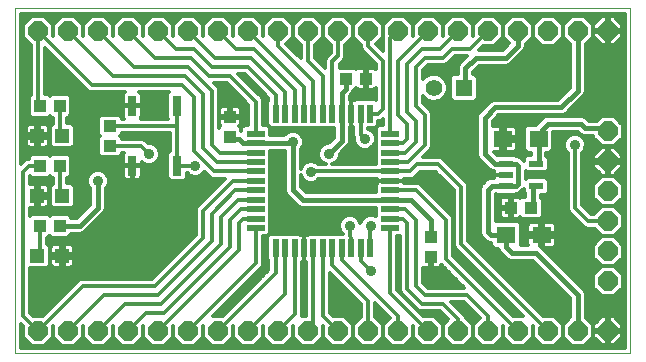
<source format=gtl>
G75*
G70*
%OFA0B0*%
%FSLAX24Y24*%
%IPPOS*%
%LPD*%
%AMOC8*
5,1,8,0,0,1.08239X$1,22.5*
%
%ADD10C,0.0000*%
%ADD11OC8,0.0640*%
%ADD12R,0.0394X0.0433*%
%ADD13R,0.0433X0.0394*%
%ADD14R,0.0630X0.0551*%
%ADD15R,0.0300X0.0650*%
%ADD16R,0.0472X0.0472*%
%ADD17R,0.0472X0.0217*%
%ADD18R,0.0197X0.0591*%
%ADD19R,0.0591X0.0197*%
%ADD20R,0.0555X0.0555*%
%ADD21C,0.0555*%
%ADD22C,0.0120*%
%ADD23C,0.0350*%
%ADD24C,0.0160*%
D10*
X002256Y000411D02*
X002256Y011911D01*
X022756Y011911D01*
X022756Y000411D01*
X002256Y000411D01*
D11*
X003006Y001161D03*
X004006Y001161D03*
X005006Y001161D03*
X006006Y001161D03*
X007006Y001161D03*
X008006Y001161D03*
X009006Y001161D03*
X010006Y001161D03*
X011006Y001161D03*
X012006Y001161D03*
X013006Y001161D03*
X014006Y001161D03*
X015006Y001161D03*
X016006Y001161D03*
X017006Y001161D03*
X018006Y001161D03*
X019006Y001161D03*
X020006Y001161D03*
X021006Y001161D03*
X022006Y001161D03*
X022006Y002811D03*
X022006Y003811D03*
X022006Y004811D03*
X022006Y005811D03*
X022006Y006811D03*
X022006Y007811D03*
X022006Y011161D03*
X021006Y011161D03*
X020006Y011161D03*
X019006Y011161D03*
X018006Y011161D03*
X017006Y011161D03*
X016006Y011161D03*
X015006Y011161D03*
X014006Y011161D03*
X013006Y011161D03*
X012006Y011161D03*
X011006Y011161D03*
X010006Y011161D03*
X009006Y011161D03*
X008006Y011161D03*
X007006Y011161D03*
X006006Y011161D03*
X005006Y011161D03*
X004006Y011161D03*
X003006Y011161D03*
D12*
X003071Y008661D03*
X003740Y008661D03*
X003740Y006661D03*
X003071Y006661D03*
X003071Y004661D03*
X003740Y004661D03*
X009406Y007627D03*
X009406Y008296D03*
X016106Y004296D03*
X016106Y003627D03*
D13*
X018771Y005261D03*
X019440Y005261D03*
X013940Y009561D03*
X013271Y009561D03*
X005406Y007996D03*
X005406Y007327D03*
D14*
X018515Y007561D03*
X019696Y007561D03*
X019796Y004361D03*
X018615Y004361D03*
D15*
X007656Y006661D03*
X006156Y006661D03*
X006156Y008661D03*
X007656Y008661D03*
D16*
X003819Y007661D03*
X002992Y007661D03*
X002992Y005661D03*
X003819Y005661D03*
X003819Y003661D03*
X002992Y003661D03*
D17*
X018594Y005987D03*
X018594Y006361D03*
X018594Y006735D03*
X019617Y006735D03*
X019617Y005987D03*
D18*
X014080Y003917D03*
X013766Y003917D03*
X013451Y003917D03*
X013136Y003917D03*
X012821Y003917D03*
X012506Y003917D03*
X012191Y003917D03*
X011876Y003917D03*
X011561Y003917D03*
X011246Y003917D03*
X010931Y003917D03*
X010931Y008405D03*
X011246Y008405D03*
X011561Y008405D03*
X011876Y008405D03*
X012191Y008405D03*
X012506Y008405D03*
X012821Y008405D03*
X013136Y008405D03*
X013451Y008405D03*
X013766Y008405D03*
X014080Y008405D03*
D19*
X014750Y007736D03*
X014750Y007421D03*
X014750Y007106D03*
X014750Y006791D03*
X014750Y006476D03*
X014750Y006161D03*
X014750Y005846D03*
X014750Y005531D03*
X014750Y005216D03*
X014750Y004901D03*
X014750Y004586D03*
X010262Y004586D03*
X010262Y004901D03*
X010262Y005216D03*
X010262Y005531D03*
X010262Y005846D03*
X010262Y006161D03*
X010262Y006476D03*
X010262Y006791D03*
X010262Y007106D03*
X010262Y007421D03*
X010262Y007736D03*
D20*
X017206Y009261D03*
D21*
X016206Y009261D03*
D22*
X016663Y009289D02*
X016748Y009289D01*
X016663Y009352D02*
X016663Y009170D01*
X016593Y009002D01*
X016465Y008873D01*
X016297Y008804D01*
X016115Y008804D01*
X015946Y008873D01*
X015846Y008974D01*
X015846Y008761D01*
X016109Y008497D01*
X016146Y008409D01*
X016146Y008314D01*
X016146Y007314D01*
X016109Y007225D01*
X016042Y007158D01*
X015835Y006951D01*
X016308Y006951D01*
X016403Y006951D01*
X016492Y006915D01*
X017309Y006097D01*
X017346Y006009D01*
X017346Y005914D01*
X017346Y004161D01*
X018642Y002865D01*
X018642Y002865D01*
X018959Y002547D01*
X018959Y002547D01*
X019845Y001661D01*
X020213Y001661D01*
X020506Y001368D01*
X020506Y000954D01*
X020799Y000661D01*
X021213Y000661D01*
X021506Y000954D01*
X021506Y001368D01*
X021266Y001608D01*
X021266Y002413D01*
X021226Y002509D01*
X021153Y002582D01*
X019753Y003982D01*
X019736Y003989D01*
X019736Y004301D01*
X019856Y004301D01*
X019856Y003926D01*
X020132Y003926D01*
X020173Y003937D01*
X020209Y003958D01*
X020239Y003987D01*
X020260Y004024D01*
X020271Y004065D01*
X020271Y004301D01*
X019856Y004301D01*
X019856Y004421D01*
X020271Y004421D01*
X020271Y004658D01*
X020260Y004699D01*
X020239Y004735D01*
X020209Y004765D01*
X020173Y004786D01*
X020132Y004797D01*
X019856Y004797D01*
X019856Y004421D01*
X019736Y004421D01*
X019736Y004301D01*
X019321Y004301D01*
X019321Y004065D01*
X019332Y004024D01*
X019334Y004021D01*
X019110Y004021D01*
X019110Y004711D01*
X019005Y004817D01*
X018266Y004817D01*
X018266Y005716D01*
X018283Y005699D01*
X018905Y005699D01*
X018933Y005727D01*
X018983Y005727D01*
X019079Y005767D01*
X019153Y005841D01*
X019201Y005889D01*
X019201Y005804D01*
X019246Y005760D01*
X019246Y005638D01*
X019149Y005638D01*
X019092Y005580D01*
X019086Y005586D01*
X019049Y005607D01*
X019009Y005618D01*
X018809Y005618D01*
X018809Y005300D01*
X018733Y005300D01*
X018733Y005618D01*
X018533Y005618D01*
X018493Y005607D01*
X018456Y005586D01*
X018426Y005556D01*
X018405Y005520D01*
X018394Y005479D01*
X018394Y005300D01*
X018732Y005300D01*
X018732Y005223D01*
X018394Y005223D01*
X018394Y005043D01*
X018405Y005003D01*
X018426Y004966D01*
X018456Y004936D01*
X018493Y004915D01*
X018533Y004904D01*
X018733Y004904D01*
X018733Y005223D01*
X018809Y005223D01*
X018809Y004904D01*
X019009Y004904D01*
X019049Y004915D01*
X019086Y004936D01*
X019092Y004942D01*
X019149Y004884D01*
X019731Y004884D01*
X019837Y004990D01*
X019837Y005533D01*
X019766Y005604D01*
X019766Y005699D01*
X019928Y005699D01*
X020034Y005804D01*
X020034Y006170D01*
X019928Y006275D01*
X019307Y006275D01*
X019266Y006234D01*
X019266Y006488D01*
X019307Y006447D01*
X019928Y006447D01*
X020034Y006552D01*
X020034Y006918D01*
X019956Y006996D01*
X019956Y007106D01*
X020086Y007106D01*
X020191Y007211D01*
X020191Y007801D01*
X020998Y007801D01*
X021035Y007764D01*
X021108Y007691D01*
X021204Y007651D01*
X021506Y007651D01*
X021506Y007604D01*
X021799Y007311D01*
X022213Y007311D01*
X022506Y007604D01*
X022506Y008018D01*
X022213Y008311D01*
X021799Y008311D01*
X021659Y008171D01*
X021363Y008171D01*
X021253Y008282D01*
X021157Y008321D01*
X021054Y008321D01*
X019954Y008321D01*
X019858Y008282D01*
X019785Y008209D01*
X019594Y008017D01*
X019307Y008017D01*
X019201Y007911D01*
X019201Y007211D01*
X019307Y007106D01*
X019436Y007106D01*
X019436Y007024D01*
X019307Y007024D01*
X019201Y006918D01*
X019201Y006833D01*
X019153Y006882D01*
X019079Y006956D01*
X018983Y006995D01*
X018933Y006995D01*
X018905Y007024D01*
X018311Y007024D01*
X018209Y007126D01*
X018455Y007126D01*
X018455Y007501D01*
X018575Y007501D01*
X018575Y007126D01*
X018851Y007126D01*
X018892Y007137D01*
X018928Y007158D01*
X018958Y007187D01*
X018979Y007224D01*
X018990Y007265D01*
X018990Y007501D01*
X018575Y007501D01*
X018575Y007621D01*
X018990Y007621D01*
X018990Y007858D01*
X018979Y007899D01*
X018958Y007935D01*
X018928Y007965D01*
X018892Y007986D01*
X018851Y007997D01*
X018575Y007997D01*
X018575Y007621D01*
X018455Y007621D01*
X018455Y007997D01*
X018179Y007997D01*
X018166Y007993D01*
X018166Y008154D01*
X018363Y008351D01*
X020404Y008351D01*
X020507Y008351D01*
X020603Y008391D01*
X021153Y008941D01*
X021226Y009014D01*
X021266Y009110D01*
X021266Y010714D01*
X021506Y010954D01*
X021506Y011368D01*
X021213Y011661D01*
X020799Y011661D01*
X020506Y011368D01*
X020213Y011661D01*
X019799Y011661D01*
X019506Y011368D01*
X019506Y010954D01*
X019799Y010661D01*
X020213Y010661D01*
X020506Y010954D01*
X020746Y010714D01*
X020746Y009269D01*
X020348Y008871D01*
X018204Y008871D01*
X018108Y008832D01*
X018035Y008759D01*
X017685Y008409D01*
X017646Y008313D01*
X017646Y008210D01*
X017646Y007010D01*
X017685Y006914D01*
X017758Y006841D01*
X017758Y006841D01*
X018084Y006515D01*
X018180Y006475D01*
X018198Y006475D01*
X018198Y006361D01*
X018198Y006247D01*
X018183Y006247D01*
X018080Y006247D01*
X017984Y006208D01*
X017858Y006082D01*
X017785Y006009D01*
X017746Y005913D01*
X017746Y004513D01*
X017746Y004410D01*
X017785Y004314D01*
X017885Y004214D01*
X017958Y004141D01*
X018054Y004101D01*
X018120Y004101D01*
X018120Y004011D01*
X018226Y003906D01*
X018355Y003906D01*
X018355Y003900D01*
X018395Y003805D01*
X018585Y003614D01*
X018658Y003541D01*
X018754Y003501D01*
X019498Y003501D01*
X020746Y002254D01*
X020746Y001608D01*
X020506Y001368D01*
X020506Y000954D01*
X020213Y000661D01*
X019799Y000661D01*
X019506Y000954D01*
X019506Y001322D01*
X019506Y001322D01*
X019506Y000954D01*
X019213Y000661D01*
X018799Y000661D01*
X018506Y000954D01*
X018506Y001322D01*
X018506Y001322D01*
X018506Y000954D01*
X018213Y000661D01*
X017799Y000661D01*
X017506Y000954D01*
X017506Y001368D01*
X017732Y001595D01*
X017206Y002121D01*
X016785Y002121D01*
X017142Y001765D01*
X017209Y001697D01*
X017232Y001642D01*
X017506Y001368D01*
X017506Y000954D01*
X017213Y000661D01*
X016799Y000661D01*
X016506Y000954D01*
X016506Y001368D01*
X016682Y001545D01*
X016406Y001821D01*
X015758Y001821D01*
X015670Y001858D01*
X015602Y001925D01*
X015102Y002425D01*
X015066Y002514D01*
X015066Y002609D01*
X015066Y004308D01*
X014990Y004308D01*
X014990Y002517D01*
X015845Y001661D01*
X016213Y001661D01*
X016506Y001368D01*
X016506Y000954D01*
X016213Y000661D01*
X015799Y000661D01*
X015506Y000954D01*
X015506Y001322D01*
X015506Y001322D01*
X015506Y000954D01*
X015213Y000661D01*
X014799Y000661D01*
X014506Y000954D01*
X014506Y001368D01*
X014732Y001595D01*
X014246Y002082D01*
X014246Y001628D01*
X014506Y001368D01*
X014506Y000954D01*
X014213Y000661D01*
X013799Y000661D01*
X013506Y000954D01*
X013506Y001368D01*
X013766Y001628D01*
X013766Y002062D01*
X012746Y003082D01*
X012746Y001761D01*
X012845Y001661D01*
X013213Y001661D01*
X013506Y001368D01*
X013506Y000954D01*
X013213Y000661D01*
X012799Y000661D01*
X012506Y000954D01*
X012506Y001322D01*
X012506Y001322D01*
X012506Y000954D01*
X012213Y000661D01*
X011799Y000661D01*
X011506Y000954D01*
X011506Y001322D01*
X011506Y001322D01*
X011506Y000954D01*
X011213Y000661D01*
X010799Y000661D01*
X010506Y000954D01*
X010506Y001322D01*
X010506Y001322D01*
X010506Y000954D01*
X010213Y000661D01*
X009799Y000661D01*
X009506Y000954D01*
X009506Y001322D01*
X009506Y001322D01*
X009506Y000954D01*
X009213Y000661D01*
X008799Y000661D01*
X008506Y000954D01*
X008506Y001322D01*
X008506Y001322D01*
X008506Y000954D01*
X008213Y000661D01*
X007799Y000661D01*
X007506Y000954D01*
X007506Y001322D01*
X007506Y001322D01*
X007506Y000954D01*
X007213Y000661D01*
X006799Y000661D01*
X006506Y000954D01*
X006506Y001322D01*
X006506Y001322D01*
X006506Y000954D01*
X006213Y000661D01*
X005799Y000661D01*
X005506Y000954D01*
X005506Y001322D01*
X005506Y001322D01*
X005506Y000954D01*
X005213Y000661D01*
X004799Y000661D01*
X004506Y000954D01*
X004506Y001322D01*
X004506Y001322D01*
X004506Y000954D01*
X004213Y000661D01*
X003799Y000661D01*
X003506Y000954D01*
X003506Y001322D01*
X003506Y001322D01*
X003506Y000954D01*
X003213Y000661D01*
X002799Y000661D01*
X002506Y000954D01*
X002506Y001322D01*
X002436Y001392D01*
X002436Y000591D01*
X022576Y000591D01*
X022576Y011731D01*
X002436Y011731D01*
X002436Y006731D01*
X002570Y006865D01*
X002658Y006901D01*
X002694Y006901D01*
X002694Y006952D01*
X002800Y007058D01*
X003342Y007058D01*
X003406Y006994D01*
X003469Y007058D01*
X004012Y007058D01*
X004117Y006952D01*
X004117Y006370D01*
X004012Y006265D01*
X003980Y006265D01*
X003980Y006077D01*
X004130Y006077D01*
X004235Y005972D01*
X004235Y005350D01*
X004130Y005245D01*
X003508Y005245D01*
X003403Y005350D01*
X003403Y005972D01*
X003500Y006069D01*
X003500Y006265D01*
X003469Y006265D01*
X003406Y006328D01*
X003342Y006265D01*
X002800Y006265D01*
X002746Y006319D01*
X002746Y006057D01*
X002934Y006057D01*
X002934Y005720D01*
X003050Y005720D01*
X003050Y006057D01*
X003250Y006057D01*
X003290Y006047D01*
X003327Y006025D01*
X003356Y005996D01*
X003378Y005959D01*
X003388Y005919D01*
X003388Y005719D01*
X003051Y005719D01*
X003051Y005603D01*
X003388Y005603D01*
X003388Y005404D01*
X003378Y005363D01*
X003356Y005327D01*
X003327Y005297D01*
X003290Y005276D01*
X003250Y005265D01*
X003050Y005265D01*
X003050Y005603D01*
X002934Y005603D01*
X002934Y005265D01*
X002746Y005265D01*
X002746Y005004D01*
X002800Y005058D01*
X003342Y005058D01*
X003406Y004994D01*
X003469Y005058D01*
X004012Y005058D01*
X004117Y004952D01*
X004117Y004921D01*
X004298Y004921D01*
X004746Y005369D01*
X004746Y005919D01*
X004705Y005960D01*
X004651Y006091D01*
X004651Y006232D01*
X004705Y006362D01*
X004805Y006462D01*
X004935Y006516D01*
X005076Y006516D01*
X005207Y006462D01*
X005307Y006362D01*
X005361Y006232D01*
X005361Y006091D01*
X005307Y005960D01*
X005266Y005919D01*
X005266Y005210D01*
X005226Y005114D01*
X005153Y005041D01*
X004553Y004441D01*
X004457Y004401D01*
X004354Y004401D01*
X004117Y004401D01*
X004117Y004370D01*
X004012Y004265D01*
X003469Y004265D01*
X003406Y004328D01*
X003342Y004265D01*
X003311Y004265D01*
X003311Y004069D01*
X003408Y003972D01*
X003408Y003350D01*
X003303Y003245D01*
X002746Y003245D01*
X002746Y001761D01*
X002845Y001661D01*
X003166Y001661D01*
X004370Y002865D01*
X004458Y002901D01*
X004553Y002901D01*
X006806Y002901D01*
X008266Y004361D01*
X008266Y005209D01*
X008302Y005297D01*
X008370Y005365D01*
X009241Y006236D01*
X008938Y006236D01*
X008843Y006236D01*
X008755Y006273D01*
X008560Y006468D01*
X008557Y006460D01*
X008457Y006360D01*
X008326Y006306D01*
X008185Y006306D01*
X008055Y006360D01*
X007994Y006421D01*
X007986Y006421D01*
X007986Y006262D01*
X007880Y006156D01*
X007431Y006156D01*
X007326Y006262D01*
X007326Y007061D01*
X007416Y007151D01*
X007416Y007756D01*
X005802Y007756D01*
X005802Y007724D01*
X005739Y007661D01*
X005802Y007598D01*
X005802Y007567D01*
X006393Y007567D01*
X006488Y007567D01*
X006576Y007530D01*
X006690Y007416D01*
X006776Y007416D01*
X006907Y007362D01*
X007007Y007262D01*
X007061Y007132D01*
X007061Y006991D01*
X007007Y006860D01*
X006907Y006760D01*
X006776Y006706D01*
X006635Y006706D01*
X006505Y006760D01*
X006466Y006799D01*
X006466Y006676D01*
X006171Y006676D01*
X006171Y006646D01*
X006466Y006646D01*
X006466Y006315D01*
X006455Y006274D01*
X006434Y006238D01*
X006404Y006208D01*
X006367Y006187D01*
X006327Y006176D01*
X006171Y006176D01*
X006171Y006646D01*
X006141Y006646D01*
X006141Y006176D01*
X005985Y006176D01*
X005944Y006187D01*
X005907Y006208D01*
X005878Y006238D01*
X005857Y006274D01*
X005846Y006315D01*
X005846Y006646D01*
X006140Y006646D01*
X006140Y006676D01*
X005846Y006676D01*
X005846Y007007D01*
X005857Y007048D01*
X005878Y007084D01*
X005880Y007087D01*
X005802Y007087D01*
X005802Y007055D01*
X005697Y006950D01*
X005115Y006950D01*
X005009Y007055D01*
X005009Y007598D01*
X005072Y007661D01*
X005009Y007724D01*
X005009Y008267D01*
X005115Y008373D01*
X005697Y008373D01*
X005802Y008267D01*
X005802Y008236D01*
X005880Y008236D01*
X005878Y008238D01*
X005857Y008274D01*
X005846Y008315D01*
X005846Y008646D01*
X006140Y008646D01*
X006140Y008676D01*
X005846Y008676D01*
X005846Y009007D01*
X005857Y009048D01*
X005878Y009084D01*
X005907Y009114D01*
X005920Y009121D01*
X004853Y009121D01*
X004758Y009121D01*
X004670Y009158D01*
X003246Y010582D01*
X003246Y009058D01*
X003342Y009058D01*
X003406Y008994D01*
X003469Y009058D01*
X004012Y009058D01*
X004117Y008952D01*
X004117Y008370D01*
X004012Y008265D01*
X003980Y008265D01*
X003980Y008077D01*
X004130Y008077D01*
X004235Y007972D01*
X004235Y007350D01*
X004130Y007245D01*
X003508Y007245D01*
X003403Y007350D01*
X003403Y007972D01*
X003500Y008069D01*
X003500Y008265D01*
X003469Y008265D01*
X003406Y008328D01*
X003342Y008265D01*
X002800Y008265D01*
X002694Y008370D01*
X002694Y008952D01*
X002766Y009024D01*
X002766Y010694D01*
X002506Y010954D01*
X002506Y011368D01*
X002799Y011661D01*
X003213Y011661D01*
X003506Y011368D01*
X003506Y011001D01*
X003506Y011001D01*
X003506Y011368D01*
X003799Y011661D01*
X004213Y011661D01*
X004506Y011368D01*
X004506Y011001D01*
X004506Y011001D01*
X004506Y011368D01*
X004799Y011661D01*
X005213Y011661D01*
X005506Y011368D01*
X005506Y011001D01*
X005506Y011001D01*
X005506Y011368D01*
X005799Y011661D01*
X006213Y011661D01*
X006506Y011368D01*
X006506Y011001D01*
X006506Y011001D01*
X006506Y011368D01*
X006799Y011661D01*
X007213Y011661D01*
X007506Y011368D01*
X007506Y011001D01*
X007506Y011001D01*
X007506Y011368D01*
X007799Y011661D01*
X008213Y011661D01*
X008506Y011368D01*
X008506Y011001D01*
X008506Y011001D01*
X008506Y011368D01*
X008799Y011661D01*
X009213Y011661D01*
X009506Y011368D01*
X009506Y011001D01*
X009506Y011001D01*
X009506Y011368D01*
X009799Y011661D01*
X010213Y011661D01*
X010506Y011368D01*
X010506Y011001D01*
X010506Y011001D01*
X010506Y011368D01*
X010799Y011661D01*
X011213Y011661D01*
X011506Y011368D01*
X011506Y010954D01*
X011766Y010694D01*
X011766Y010241D01*
X011279Y010727D01*
X011506Y010954D01*
X011506Y011368D01*
X011799Y011661D01*
X012213Y011661D01*
X012506Y011368D01*
X012506Y010954D01*
X012766Y010694D01*
X012766Y010431D01*
X012617Y010282D01*
X012581Y010194D01*
X012581Y010099D01*
X012581Y009926D01*
X012246Y010261D01*
X012246Y010694D01*
X012506Y010954D01*
X012506Y011368D01*
X012799Y011661D01*
X013213Y011661D01*
X013506Y011368D01*
X013506Y010954D01*
X013766Y010694D01*
X013766Y010614D01*
X013802Y010525D01*
X013870Y010458D01*
X014266Y010062D01*
X014266Y009875D01*
X014255Y009886D01*
X014219Y009907D01*
X014178Y009918D01*
X013979Y009918D01*
X013979Y009600D01*
X013902Y009600D01*
X013902Y009918D01*
X013703Y009918D01*
X013662Y009907D01*
X013626Y009886D01*
X013620Y009880D01*
X013562Y009938D01*
X013061Y009938D01*
X013061Y010047D01*
X013209Y010195D01*
X013246Y010284D01*
X013246Y010379D01*
X013246Y010694D01*
X013506Y010954D01*
X013506Y011368D01*
X013799Y011661D01*
X014213Y011661D01*
X014506Y011368D01*
X014506Y010954D01*
X014510Y010950D01*
X014510Y010920D01*
X014509Y010875D01*
X014510Y010872D01*
X014510Y010496D01*
X014279Y010727D01*
X014506Y010954D01*
X014506Y011368D01*
X014799Y011661D01*
X015213Y011661D01*
X015506Y011368D01*
X015506Y011001D01*
X015506Y011001D01*
X015506Y011368D01*
X015799Y011661D01*
X016213Y011661D01*
X016506Y011368D01*
X016506Y011001D01*
X016506Y011001D01*
X016506Y011368D01*
X016799Y011661D01*
X017213Y011661D01*
X017506Y011368D01*
X017506Y011001D01*
X017506Y011001D01*
X017506Y011368D01*
X017799Y011661D01*
X018213Y011661D01*
X018506Y011368D01*
X018506Y010954D01*
X018718Y010742D01*
X018498Y010521D01*
X017705Y010521D01*
X017845Y010661D01*
X018213Y010661D01*
X018506Y010954D01*
X018506Y011368D01*
X018799Y011661D01*
X019213Y011661D01*
X019506Y011368D01*
X019506Y010954D01*
X019266Y010714D01*
X019266Y010610D01*
X019226Y010514D01*
X019153Y010441D01*
X018753Y010041D01*
X018657Y010001D01*
X018554Y010001D01*
X017713Y010001D01*
X017516Y009804D01*
X017516Y009719D01*
X017558Y009719D01*
X017663Y009613D01*
X017663Y008909D01*
X017558Y008804D01*
X016854Y008804D01*
X016748Y008909D01*
X016748Y009613D01*
X016854Y009719D01*
X016996Y009719D01*
X016996Y009963D01*
X017035Y010059D01*
X017108Y010132D01*
X017298Y010321D01*
X016905Y010321D01*
X016709Y010125D01*
X016709Y010125D01*
X016642Y010058D01*
X016553Y010021D01*
X016005Y010021D01*
X015846Y009862D01*
X015846Y009548D01*
X015946Y009649D01*
X016115Y009719D01*
X016297Y009719D01*
X016465Y009649D01*
X016593Y009520D01*
X016663Y009352D01*
X016640Y009408D02*
X016748Y009408D01*
X016748Y009526D02*
X016588Y009526D01*
X016469Y009645D02*
X016780Y009645D01*
X016996Y009763D02*
X015846Y009763D01*
X015846Y009645D02*
X015942Y009645D01*
X015866Y009882D02*
X016996Y009882D01*
X017011Y010000D02*
X015984Y010000D01*
X015906Y010261D02*
X015606Y009961D01*
X015606Y008661D01*
X015906Y008361D01*
X015906Y007361D01*
X015336Y006791D01*
X014750Y006791D01*
X014750Y006476D02*
X012121Y006476D01*
X012106Y006461D01*
X012353Y006716D02*
X012307Y006762D01*
X012176Y006816D01*
X012035Y006816D01*
X011905Y006762D01*
X011805Y006662D01*
X011766Y006568D01*
X011766Y007219D01*
X011807Y007260D01*
X011861Y007391D01*
X011861Y007532D01*
X011807Y007662D01*
X011707Y007762D01*
X011576Y007816D01*
X011435Y007816D01*
X011305Y007762D01*
X011223Y007681D01*
X010737Y007681D01*
X010737Y007909D01*
X010631Y008014D01*
X010502Y008014D01*
X010502Y008758D01*
X010502Y008853D01*
X010465Y008941D01*
X009685Y009721D01*
X009906Y009721D01*
X010691Y008937D01*
X010691Y008814D01*
X010652Y008775D01*
X010652Y008036D01*
X010758Y007930D01*
X011104Y007930D01*
X011419Y007930D01*
X011734Y007930D01*
X012049Y007930D01*
X012364Y007930D01*
X012679Y007930D01*
X012876Y007930D01*
X012876Y007599D01*
X012693Y007416D01*
X012635Y007416D01*
X012505Y007362D01*
X012405Y007262D01*
X012351Y007132D01*
X012351Y006991D01*
X012405Y006860D01*
X012505Y006760D01*
X012611Y006716D01*
X012353Y006716D01*
X012465Y006800D02*
X012216Y006800D01*
X012381Y006918D02*
X011766Y006918D01*
X011766Y006800D02*
X011995Y006800D01*
X011824Y006681D02*
X011766Y006681D01*
X011766Y006355D02*
X011805Y006260D01*
X011905Y006160D01*
X012035Y006106D01*
X012176Y006106D01*
X012307Y006160D01*
X012383Y006236D01*
X014294Y006236D01*
X014294Y006161D01*
X014294Y006042D01*
X014295Y006040D01*
X014274Y006019D01*
X014274Y005791D01*
X011943Y005791D01*
X011766Y005969D01*
X011766Y006355D01*
X011766Y006326D02*
X011778Y006326D01*
X011766Y006207D02*
X011858Y006207D01*
X011766Y006088D02*
X014294Y006088D01*
X014294Y006161D02*
X014749Y006161D01*
X014749Y006161D01*
X014294Y006161D01*
X014294Y006207D02*
X012353Y006207D01*
X011883Y005851D02*
X014274Y005851D01*
X014274Y005970D02*
X011766Y005970D01*
X011246Y005970D02*
X010737Y005970D01*
X010737Y006019D02*
X010737Y006334D01*
X010737Y006649D01*
X010737Y006964D01*
X010737Y007161D01*
X011246Y007161D01*
X011246Y005810D01*
X011285Y005714D01*
X011358Y005641D01*
X011688Y005311D01*
X011784Y005271D01*
X011887Y005271D01*
X014274Y005271D01*
X014274Y005043D01*
X014274Y004976D01*
X014176Y005016D01*
X014035Y005016D01*
X013905Y004962D01*
X013805Y004862D01*
X013756Y004744D01*
X013707Y004862D01*
X013607Y004962D01*
X013476Y005016D01*
X013335Y005016D01*
X013205Y004962D01*
X013105Y004862D01*
X013051Y004732D01*
X013051Y004591D01*
X013105Y004460D01*
X013173Y004392D01*
X012963Y004392D01*
X012648Y004392D01*
X012333Y004392D01*
X012018Y004392D01*
X011997Y004372D01*
X011995Y004372D01*
X011876Y004372D01*
X011876Y003918D01*
X011876Y003918D01*
X011876Y004372D01*
X011756Y004372D01*
X011754Y004372D01*
X011734Y004392D01*
X011388Y004392D01*
X011073Y004392D01*
X010758Y004392D01*
X010652Y004287D01*
X010652Y003547D01*
X010691Y003509D01*
X010691Y003186D01*
X009166Y001661D01*
X008845Y001661D01*
X010465Y003281D01*
X010502Y003369D01*
X010502Y003465D01*
X010502Y004308D01*
X010631Y004308D01*
X010737Y004413D01*
X010737Y004759D01*
X010737Y005074D01*
X010737Y005389D01*
X010737Y005704D01*
X010737Y006019D01*
X010737Y006088D02*
X011246Y006088D01*
X011246Y006207D02*
X010737Y006207D01*
X010737Y006326D02*
X011246Y006326D01*
X011246Y006444D02*
X010737Y006444D01*
X010737Y006563D02*
X011246Y006563D01*
X011246Y006681D02*
X010737Y006681D01*
X010737Y006800D02*
X011246Y006800D01*
X011246Y006918D02*
X010737Y006918D01*
X010737Y007037D02*
X011246Y007037D01*
X011246Y007155D02*
X010737Y007155D01*
X010262Y007106D02*
X009061Y007106D01*
X008806Y007361D01*
X008806Y009161D01*
X008006Y009961D01*
X006206Y009961D01*
X005006Y011161D01*
X005506Y011186D02*
X005506Y011186D01*
X005506Y011304D02*
X005506Y011304D01*
X005560Y011423D02*
X005451Y011423D01*
X005333Y011541D02*
X005679Y011541D01*
X005797Y011660D02*
X005214Y011660D01*
X004797Y011660D02*
X004214Y011660D01*
X004333Y011541D02*
X004679Y011541D01*
X004560Y011423D02*
X004451Y011423D01*
X004506Y011304D02*
X004506Y011304D01*
X004506Y011186D02*
X004506Y011186D01*
X004506Y011067D02*
X004506Y011067D01*
X004006Y011161D02*
X005506Y009661D01*
X007906Y009661D01*
X008506Y009061D01*
X008506Y007261D01*
X008976Y006791D01*
X010262Y006791D01*
X010262Y006476D02*
X008891Y006476D01*
X008206Y007161D01*
X008206Y008961D01*
X007806Y009361D01*
X004806Y009361D01*
X003006Y011161D01*
X003006Y008761D01*
X003071Y008696D01*
X003071Y008661D01*
X002694Y008696D02*
X002436Y008696D01*
X002436Y008578D02*
X002694Y008578D01*
X002694Y008459D02*
X002436Y008459D01*
X002436Y008341D02*
X002724Y008341D01*
X002436Y008222D02*
X003500Y008222D01*
X003500Y008104D02*
X002436Y008104D01*
X002436Y007985D02*
X002622Y007985D01*
X002628Y007996D02*
X002607Y007959D01*
X002596Y007919D01*
X002596Y007719D01*
X002934Y007719D01*
X002934Y007603D01*
X003050Y007603D01*
X003050Y007265D01*
X003250Y007265D01*
X003290Y007276D01*
X003327Y007297D01*
X003356Y007327D01*
X003378Y007363D01*
X003388Y007404D01*
X003388Y007603D01*
X003051Y007603D01*
X003051Y007719D01*
X003388Y007719D01*
X003388Y007919D01*
X003378Y007959D01*
X003356Y007996D01*
X003327Y008025D01*
X003290Y008047D01*
X003250Y008057D01*
X003050Y008057D01*
X003050Y007720D01*
X002934Y007720D01*
X002934Y008057D01*
X002735Y008057D01*
X002694Y008047D01*
X002658Y008025D01*
X002628Y007996D01*
X002596Y007867D02*
X002436Y007867D01*
X002436Y007748D02*
X002596Y007748D01*
X002596Y007603D02*
X002596Y007404D01*
X002607Y007363D01*
X002628Y007327D01*
X002658Y007297D01*
X002694Y007276D01*
X002735Y007265D01*
X002934Y007265D01*
X002934Y007603D01*
X002596Y007603D01*
X002596Y007511D02*
X002436Y007511D01*
X002436Y007629D02*
X002934Y007629D01*
X003051Y007629D02*
X003403Y007629D01*
X003388Y007511D02*
X003403Y007511D01*
X003403Y007392D02*
X003385Y007392D01*
X003479Y007274D02*
X003282Y007274D01*
X003050Y007274D02*
X002934Y007274D01*
X002934Y007392D02*
X003050Y007392D01*
X003050Y007511D02*
X002934Y007511D01*
X002599Y007392D02*
X002436Y007392D01*
X002436Y007274D02*
X002702Y007274D01*
X002779Y007037D02*
X002436Y007037D01*
X002436Y007155D02*
X005009Y007155D01*
X005009Y007274D02*
X004159Y007274D01*
X004235Y007392D02*
X005009Y007392D01*
X005009Y007511D02*
X004235Y007511D01*
X004235Y007629D02*
X005041Y007629D01*
X005009Y007748D02*
X004235Y007748D01*
X004235Y007867D02*
X005009Y007867D01*
X005009Y007985D02*
X004222Y007985D01*
X003980Y008104D02*
X005009Y008104D01*
X005009Y008222D02*
X003980Y008222D01*
X004088Y008341D02*
X005083Y008341D01*
X005406Y007996D02*
X007656Y007996D01*
X007656Y006661D01*
X008256Y006661D01*
X008540Y006444D02*
X008583Y006444D01*
X008702Y006326D02*
X008373Y006326D01*
X008139Y006326D02*
X007986Y006326D01*
X007931Y006207D02*
X009212Y006207D01*
X009093Y006088D02*
X005360Y006088D01*
X005361Y006207D02*
X005910Y006207D01*
X005846Y006326D02*
X005322Y006326D01*
X005225Y006444D02*
X005846Y006444D01*
X005846Y006563D02*
X004117Y006563D01*
X004117Y006681D02*
X005846Y006681D01*
X005846Y006800D02*
X004117Y006800D01*
X004117Y006918D02*
X005846Y006918D01*
X005854Y007037D02*
X005784Y007037D01*
X005406Y007327D02*
X006440Y007327D01*
X006706Y007061D01*
X007031Y006918D02*
X007326Y006918D01*
X007326Y006800D02*
X006946Y006800D01*
X007061Y007037D02*
X007326Y007037D01*
X007416Y007155D02*
X007051Y007155D01*
X006995Y007274D02*
X007416Y007274D01*
X007416Y007392D02*
X006834Y007392D01*
X006595Y007511D02*
X007416Y007511D01*
X007416Y007629D02*
X005771Y007629D01*
X005802Y007748D02*
X007416Y007748D01*
X007656Y007996D02*
X007656Y008661D01*
X007326Y008696D02*
X006466Y008696D01*
X006466Y008676D02*
X006171Y008676D01*
X006171Y008646D01*
X006466Y008646D01*
X006466Y008315D01*
X006455Y008274D01*
X006434Y008238D01*
X006431Y008236D01*
X007352Y008236D01*
X007326Y008262D01*
X007326Y009061D01*
X007386Y009121D01*
X006392Y009121D01*
X006404Y009114D01*
X006434Y009084D01*
X006455Y009048D01*
X006466Y009007D01*
X006466Y008676D01*
X006466Y008578D02*
X007326Y008578D01*
X007326Y008459D02*
X006466Y008459D01*
X006466Y008341D02*
X007326Y008341D01*
X007326Y008815D02*
X006466Y008815D01*
X006466Y008933D02*
X007326Y008933D01*
X007326Y009052D02*
X006452Y009052D01*
X005859Y009052D02*
X004017Y009052D01*
X004117Y008933D02*
X005846Y008933D01*
X005846Y008815D02*
X004117Y008815D01*
X004117Y008696D02*
X005846Y008696D01*
X005846Y008578D02*
X004117Y008578D01*
X004117Y008459D02*
X005846Y008459D01*
X005846Y008341D02*
X005729Y008341D01*
X004657Y009171D02*
X003246Y009171D01*
X003246Y009289D02*
X004538Y009289D01*
X004420Y009408D02*
X003246Y009408D01*
X003246Y009526D02*
X004301Y009526D01*
X004183Y009645D02*
X003246Y009645D01*
X003246Y009763D02*
X004064Y009763D01*
X003946Y009882D02*
X003246Y009882D01*
X003246Y010000D02*
X003827Y010000D01*
X003709Y010119D02*
X003246Y010119D01*
X003246Y010237D02*
X003590Y010237D01*
X003471Y010356D02*
X003246Y010356D01*
X003246Y010475D02*
X003353Y010475D01*
X002766Y010475D02*
X002436Y010475D01*
X002436Y010593D02*
X002766Y010593D01*
X002748Y010712D02*
X002436Y010712D01*
X002436Y010830D02*
X002630Y010830D01*
X002511Y010949D02*
X002436Y010949D01*
X002436Y011067D02*
X002506Y011067D01*
X002506Y011186D02*
X002436Y011186D01*
X002436Y011304D02*
X002506Y011304D01*
X002560Y011423D02*
X002436Y011423D01*
X002436Y011541D02*
X002679Y011541D01*
X002797Y011660D02*
X002436Y011660D01*
X003214Y011660D02*
X003797Y011660D01*
X003679Y011541D02*
X003333Y011541D01*
X003451Y011423D02*
X003560Y011423D01*
X003506Y011304D02*
X003506Y011304D01*
X003506Y011186D02*
X003506Y011186D01*
X003506Y011067D02*
X003506Y011067D01*
X002766Y010356D02*
X002436Y010356D01*
X002436Y010237D02*
X002766Y010237D01*
X002766Y010119D02*
X002436Y010119D01*
X002436Y010000D02*
X002766Y010000D01*
X002766Y009882D02*
X002436Y009882D01*
X002436Y009763D02*
X002766Y009763D01*
X002766Y009645D02*
X002436Y009645D01*
X002436Y009526D02*
X002766Y009526D01*
X002766Y009408D02*
X002436Y009408D01*
X002436Y009289D02*
X002766Y009289D01*
X002766Y009171D02*
X002436Y009171D01*
X002436Y009052D02*
X002766Y009052D01*
X002694Y008933D02*
X002436Y008933D01*
X002436Y008815D02*
X002694Y008815D01*
X003348Y009052D02*
X003463Y009052D01*
X003740Y008661D02*
X003740Y007740D01*
X003819Y007661D01*
X003403Y007748D02*
X003388Y007748D01*
X003388Y007867D02*
X003403Y007867D01*
X003416Y007985D02*
X003363Y007985D01*
X003050Y007985D02*
X002934Y007985D01*
X002934Y007867D02*
X003050Y007867D01*
X003050Y007748D02*
X002934Y007748D01*
X003363Y007037D02*
X003448Y007037D01*
X003740Y006661D02*
X003740Y005640D01*
X003819Y005661D01*
X003403Y005614D02*
X003051Y005614D01*
X003050Y005496D02*
X002934Y005496D01*
X002934Y005377D02*
X003050Y005377D01*
X003381Y005377D02*
X003403Y005377D01*
X003388Y005496D02*
X003403Y005496D01*
X003388Y005733D02*
X003403Y005733D01*
X003388Y005851D02*
X003403Y005851D01*
X003403Y005970D02*
X003371Y005970D01*
X003500Y006088D02*
X002746Y006088D01*
X002746Y006207D02*
X003500Y006207D01*
X003408Y006326D02*
X003403Y006326D01*
X003071Y006661D02*
X002706Y006661D01*
X002506Y006461D01*
X002506Y001661D01*
X003006Y001161D01*
X004506Y002661D01*
X006906Y002661D01*
X008506Y004261D01*
X008506Y005161D01*
X009506Y006161D01*
X010262Y006161D01*
X010262Y005846D02*
X009591Y005846D01*
X008806Y005061D01*
X008806Y004161D01*
X007006Y002361D01*
X005206Y002361D01*
X004006Y001161D01*
X004506Y001110D02*
X004506Y001110D01*
X004506Y001228D02*
X004506Y001228D01*
X004506Y000991D02*
X004506Y000991D01*
X004424Y000873D02*
X004587Y000873D01*
X004706Y000754D02*
X004305Y000754D01*
X003706Y000754D02*
X003305Y000754D01*
X003424Y000873D02*
X003587Y000873D01*
X003506Y000991D02*
X003506Y000991D01*
X003506Y001110D02*
X003506Y001110D01*
X003506Y001228D02*
X003506Y001228D01*
X003207Y001702D02*
X002804Y001702D01*
X002746Y001821D02*
X003326Y001821D01*
X003444Y001939D02*
X002746Y001939D01*
X002746Y002058D02*
X003563Y002058D01*
X003682Y002176D02*
X002746Y002176D01*
X002746Y002295D02*
X003800Y002295D01*
X003919Y002414D02*
X002746Y002414D01*
X002746Y002532D02*
X004037Y002532D01*
X004156Y002651D02*
X002746Y002651D01*
X002746Y002769D02*
X004274Y002769D01*
X004425Y002888D02*
X002746Y002888D01*
X002746Y003006D02*
X006911Y003006D01*
X007030Y003125D02*
X002746Y003125D01*
X002746Y003243D02*
X007148Y003243D01*
X007267Y003362D02*
X004204Y003362D01*
X004204Y003363D02*
X004215Y003404D01*
X004215Y003603D01*
X003877Y003603D01*
X003877Y003265D01*
X004076Y003265D01*
X004117Y003276D01*
X004154Y003297D01*
X004183Y003327D01*
X004204Y003363D01*
X004215Y003480D02*
X007385Y003480D01*
X007504Y003599D02*
X004215Y003599D01*
X004215Y003719D02*
X004215Y003919D01*
X004204Y003959D01*
X004183Y003996D01*
X004154Y004025D01*
X004117Y004047D01*
X004076Y004057D01*
X003877Y004057D01*
X003877Y003720D01*
X003761Y003720D01*
X003761Y004057D01*
X003562Y004057D01*
X003521Y004047D01*
X003485Y004025D01*
X003455Y003996D01*
X003434Y003959D01*
X003423Y003919D01*
X003423Y003719D01*
X003761Y003719D01*
X003761Y003603D01*
X003877Y003603D01*
X003877Y003719D01*
X004215Y003719D01*
X004215Y003836D02*
X007741Y003836D01*
X007623Y003718D02*
X003877Y003718D01*
X003761Y003718D02*
X003408Y003718D01*
X003423Y003603D02*
X003423Y003404D01*
X003434Y003363D01*
X003455Y003327D01*
X003485Y003297D01*
X003521Y003276D01*
X003562Y003265D01*
X003761Y003265D01*
X003761Y003603D01*
X003423Y003603D01*
X003423Y003599D02*
X003408Y003599D01*
X003408Y003480D02*
X003423Y003480D01*
X003408Y003362D02*
X003434Y003362D01*
X003761Y003362D02*
X003877Y003362D01*
X003877Y003480D02*
X003761Y003480D01*
X003761Y003599D02*
X003877Y003599D01*
X003877Y003836D02*
X003761Y003836D01*
X003761Y003955D02*
X003877Y003955D01*
X004206Y003955D02*
X007860Y003955D01*
X007978Y004073D02*
X003311Y004073D01*
X003311Y004192D02*
X008097Y004192D01*
X008215Y004310D02*
X004057Y004310D01*
X004524Y004429D02*
X008266Y004429D01*
X008266Y004547D02*
X004659Y004547D01*
X004778Y004666D02*
X008266Y004666D01*
X008266Y004784D02*
X004897Y004784D01*
X005015Y004903D02*
X008266Y004903D01*
X008266Y005022D02*
X005134Y005022D01*
X005237Y005140D02*
X008266Y005140D01*
X008286Y005259D02*
X005266Y005259D01*
X005266Y005377D02*
X008382Y005377D01*
X008501Y005496D02*
X005266Y005496D01*
X005266Y005614D02*
X008619Y005614D01*
X008738Y005733D02*
X005266Y005733D01*
X005266Y005851D02*
X008856Y005851D01*
X008975Y005970D02*
X005311Y005970D01*
X004746Y005851D02*
X004235Y005851D01*
X004235Y005733D02*
X004746Y005733D01*
X004746Y005614D02*
X004235Y005614D01*
X004235Y005496D02*
X004746Y005496D01*
X004746Y005377D02*
X004235Y005377D01*
X004143Y005259D02*
X004635Y005259D01*
X004517Y005140D02*
X002746Y005140D01*
X002746Y005022D02*
X002763Y005022D01*
X002746Y005259D02*
X003495Y005259D01*
X003433Y005022D02*
X003379Y005022D01*
X003071Y004661D02*
X003071Y003740D01*
X002992Y003661D01*
X003408Y003836D02*
X003423Y003836D01*
X003408Y003955D02*
X003433Y003955D01*
X003423Y004310D02*
X003388Y004310D01*
X004048Y005022D02*
X004398Y005022D01*
X003050Y005733D02*
X002934Y005733D01*
X002934Y005851D02*
X003050Y005851D01*
X003050Y005970D02*
X002934Y005970D01*
X003980Y006088D02*
X004652Y006088D01*
X004651Y006207D02*
X003980Y006207D01*
X004072Y006326D02*
X004689Y006326D01*
X004786Y006444D02*
X004117Y006444D01*
X004235Y005970D02*
X004701Y005970D01*
X006141Y006207D02*
X006171Y006207D01*
X006171Y006326D02*
X006141Y006326D01*
X006141Y006444D02*
X006171Y006444D01*
X006171Y006563D02*
X006141Y006563D01*
X006466Y006563D02*
X007326Y006563D01*
X007326Y006681D02*
X006466Y006681D01*
X006466Y006444D02*
X007326Y006444D01*
X007326Y006326D02*
X006466Y006326D01*
X006402Y006207D02*
X007380Y006207D01*
X009106Y004961D02*
X009106Y004061D01*
X007106Y002061D01*
X005906Y002061D01*
X005006Y001161D01*
X005506Y001110D02*
X005506Y001110D01*
X005506Y001228D02*
X005506Y001228D01*
X005506Y000991D02*
X005506Y000991D01*
X005424Y000873D02*
X005587Y000873D01*
X005706Y000754D02*
X005305Y000754D01*
X006006Y001161D02*
X006606Y001761D01*
X007206Y001761D01*
X009406Y003961D01*
X009406Y004861D01*
X009761Y005216D01*
X010262Y005216D01*
X010262Y004901D02*
X009846Y004901D01*
X009706Y004761D01*
X009706Y003861D01*
X007006Y001161D01*
X007506Y001110D02*
X007506Y001110D01*
X007506Y001228D02*
X007506Y001228D01*
X007506Y000991D02*
X007506Y000991D01*
X007424Y000873D02*
X007587Y000873D01*
X007706Y000754D02*
X007305Y000754D01*
X006706Y000754D02*
X006305Y000754D01*
X006424Y000873D02*
X006587Y000873D01*
X006506Y000991D02*
X006506Y000991D01*
X006506Y001110D02*
X006506Y001110D01*
X006506Y001228D02*
X006506Y001228D01*
X008006Y001161D02*
X010262Y003417D01*
X010262Y004586D01*
X010634Y004310D02*
X010676Y004310D01*
X010652Y004192D02*
X010502Y004192D01*
X010502Y004073D02*
X010652Y004073D01*
X010652Y003955D02*
X010502Y003955D01*
X010502Y003836D02*
X010652Y003836D01*
X010652Y003718D02*
X010502Y003718D01*
X010502Y003599D02*
X010652Y003599D01*
X010691Y003480D02*
X010502Y003480D01*
X010498Y003362D02*
X010691Y003362D01*
X010691Y003243D02*
X010427Y003243D01*
X010309Y003125D02*
X010630Y003125D01*
X010511Y003006D02*
X010190Y003006D01*
X010072Y002888D02*
X010393Y002888D01*
X010274Y002769D02*
X009953Y002769D01*
X009834Y002651D02*
X010156Y002651D01*
X010037Y002532D02*
X009716Y002532D01*
X009597Y002414D02*
X009919Y002414D01*
X009800Y002295D02*
X009479Y002295D01*
X009360Y002176D02*
X009681Y002176D01*
X009563Y002058D02*
X009242Y002058D01*
X009123Y001939D02*
X009444Y001939D01*
X009326Y001821D02*
X009005Y001821D01*
X008886Y001702D02*
X009207Y001702D01*
X009506Y001228D02*
X009506Y001228D01*
X009506Y001110D02*
X009506Y001110D01*
X009506Y000991D02*
X009506Y000991D01*
X009424Y000873D02*
X009587Y000873D01*
X009706Y000754D02*
X009305Y000754D01*
X009006Y001161D02*
X010931Y003086D01*
X010931Y003917D01*
X011246Y003917D02*
X011246Y002401D01*
X010006Y001161D01*
X010506Y001110D02*
X010506Y001110D01*
X010506Y001228D02*
X010506Y001228D01*
X010506Y000991D02*
X010506Y000991D01*
X010424Y000873D02*
X010587Y000873D01*
X010706Y000754D02*
X010305Y000754D01*
X011006Y001161D02*
X011561Y001716D01*
X011561Y003917D01*
X011876Y003917D02*
X011876Y003917D01*
X011876Y003462D01*
X011951Y003462D01*
X011951Y001661D01*
X011799Y001661D01*
X011797Y001660D01*
X011801Y001669D01*
X011801Y001764D01*
X011801Y003462D01*
X011876Y003462D01*
X011876Y003917D01*
X011876Y003955D02*
X011876Y003955D01*
X011876Y004073D02*
X011876Y004073D01*
X011876Y004192D02*
X011876Y004192D01*
X011876Y004310D02*
X011876Y004310D01*
X011876Y003836D02*
X011876Y003836D01*
X011876Y003718D02*
X011876Y003718D01*
X011876Y003599D02*
X011876Y003599D01*
X011876Y003480D02*
X011876Y003480D01*
X011801Y003362D02*
X011951Y003362D01*
X011951Y003243D02*
X011801Y003243D01*
X011801Y003125D02*
X011951Y003125D01*
X011951Y003006D02*
X011801Y003006D01*
X011801Y002888D02*
X011951Y002888D01*
X011951Y002769D02*
X011801Y002769D01*
X011801Y002651D02*
X011951Y002651D01*
X011951Y002532D02*
X011801Y002532D01*
X011801Y002414D02*
X011951Y002414D01*
X011951Y002295D02*
X011801Y002295D01*
X011801Y002176D02*
X011951Y002176D01*
X011951Y002058D02*
X011801Y002058D01*
X011801Y001939D02*
X011951Y001939D01*
X011951Y001821D02*
X011801Y001821D01*
X011801Y001702D02*
X011951Y001702D01*
X012506Y001661D02*
X012506Y003917D01*
X012191Y003917D02*
X012191Y001346D01*
X012006Y001161D01*
X012506Y001110D02*
X012506Y001110D01*
X012506Y001228D02*
X012506Y001228D01*
X012506Y000991D02*
X012506Y000991D01*
X012424Y000873D02*
X012587Y000873D01*
X012706Y000754D02*
X012305Y000754D01*
X011706Y000754D02*
X011305Y000754D01*
X011424Y000873D02*
X011587Y000873D01*
X011506Y000991D02*
X011506Y000991D01*
X011506Y001110D02*
X011506Y001110D01*
X011506Y001228D02*
X011506Y001228D01*
X012506Y001661D02*
X013006Y001161D01*
X013506Y001110D02*
X013506Y001110D01*
X013506Y001228D02*
X013506Y001228D01*
X013506Y001347D02*
X013506Y001347D01*
X013409Y001465D02*
X013603Y001465D01*
X013721Y001584D02*
X013290Y001584D01*
X013766Y001702D02*
X012804Y001702D01*
X012746Y001821D02*
X013766Y001821D01*
X013766Y001939D02*
X012746Y001939D01*
X012746Y002058D02*
X013766Y002058D01*
X013651Y002176D02*
X012746Y002176D01*
X012746Y002295D02*
X013532Y002295D01*
X013414Y002414D02*
X012746Y002414D01*
X012746Y002532D02*
X013295Y002532D01*
X013177Y002651D02*
X012746Y002651D01*
X012746Y002769D02*
X013058Y002769D01*
X012940Y002888D02*
X012746Y002888D01*
X012746Y003006D02*
X012821Y003006D01*
X012821Y003346D02*
X014006Y002161D01*
X014006Y001161D01*
X014506Y001110D02*
X014506Y001110D01*
X014506Y001228D02*
X014506Y001228D01*
X014506Y001347D02*
X014506Y001347D01*
X014409Y001465D02*
X014603Y001465D01*
X014721Y001584D02*
X014290Y001584D01*
X014246Y001702D02*
X014625Y001702D01*
X014507Y001821D02*
X014246Y001821D01*
X014246Y001939D02*
X014388Y001939D01*
X014270Y002058D02*
X014246Y002058D01*
X014750Y002417D02*
X016006Y001161D01*
X016506Y001110D02*
X016506Y001110D01*
X016506Y001228D02*
X016506Y001228D01*
X016506Y001347D02*
X016506Y001347D01*
X016409Y001465D02*
X016603Y001465D01*
X016644Y001584D02*
X016290Y001584D01*
X016525Y001702D02*
X015804Y001702D01*
X015685Y001821D02*
X016407Y001821D01*
X016506Y002061D02*
X017006Y001561D01*
X017006Y001161D01*
X017506Y001110D02*
X017506Y001110D01*
X017506Y001228D02*
X017506Y001228D01*
X017506Y001347D02*
X017506Y001347D01*
X017409Y001465D02*
X017603Y001465D01*
X017721Y001584D02*
X017290Y001584D01*
X017204Y001702D02*
X017625Y001702D01*
X017507Y001821D02*
X017085Y001821D01*
X016967Y001939D02*
X017388Y001939D01*
X017270Y002058D02*
X016848Y002058D01*
X016506Y002061D02*
X015806Y002061D01*
X015306Y002561D01*
X015306Y004761D01*
X015166Y004901D01*
X014750Y004901D01*
X014750Y005216D02*
X015251Y005216D01*
X015606Y004861D01*
X015606Y002661D01*
X015906Y002361D01*
X017306Y002361D01*
X018006Y001661D01*
X018006Y001161D01*
X018506Y001110D02*
X018506Y001110D01*
X018506Y001228D02*
X018506Y001228D01*
X018506Y000991D02*
X018506Y000991D01*
X018424Y000873D02*
X018587Y000873D01*
X018706Y000754D02*
X018305Y000754D01*
X017706Y000754D02*
X017305Y000754D01*
X017424Y000873D02*
X017587Y000873D01*
X017506Y000991D02*
X017506Y000991D01*
X016706Y000754D02*
X016305Y000754D01*
X016424Y000873D02*
X016587Y000873D01*
X016506Y000991D02*
X016506Y000991D01*
X015706Y000754D02*
X015305Y000754D01*
X015424Y000873D02*
X015587Y000873D01*
X015506Y000991D02*
X015506Y000991D01*
X015506Y001110D02*
X015506Y001110D01*
X015506Y001228D02*
X015506Y001228D01*
X015006Y001161D02*
X015006Y001661D01*
X013136Y003531D01*
X013136Y003917D01*
X012821Y003917D02*
X012821Y003346D01*
X013451Y003916D02*
X013406Y004661D01*
X013051Y004666D02*
X010737Y004666D01*
X010737Y004784D02*
X013072Y004784D01*
X013145Y004903D02*
X010737Y004903D01*
X010737Y005022D02*
X014274Y005022D01*
X014274Y005140D02*
X010737Y005140D01*
X010737Y005259D02*
X014274Y005259D01*
X013845Y004903D02*
X013666Y004903D01*
X013739Y004784D02*
X013772Y004784D01*
X014106Y004661D02*
X014080Y004586D01*
X014080Y003917D01*
X013766Y003917D02*
X013766Y003501D01*
X014106Y003161D01*
X014990Y003125D02*
X015066Y003125D01*
X015066Y003243D02*
X014990Y003243D01*
X014990Y003362D02*
X015066Y003362D01*
X015066Y003480D02*
X014990Y003480D01*
X014990Y003599D02*
X015066Y003599D01*
X015066Y003718D02*
X014990Y003718D01*
X014990Y003836D02*
X015066Y003836D01*
X015066Y003955D02*
X014990Y003955D01*
X014990Y004073D02*
X015066Y004073D01*
X015066Y004192D02*
X014990Y004192D01*
X014750Y004586D02*
X014750Y002417D01*
X014990Y002532D02*
X015066Y002532D01*
X015066Y002651D02*
X014990Y002651D01*
X014990Y002769D02*
X015066Y002769D01*
X015066Y002888D02*
X014990Y002888D01*
X014990Y003006D02*
X015066Y003006D01*
X015846Y003006D02*
X016821Y003006D01*
X016940Y002888D02*
X015846Y002888D01*
X015846Y002769D02*
X017058Y002769D01*
X017177Y002651D02*
X015956Y002651D01*
X016005Y002601D02*
X015846Y002761D01*
X015846Y003262D01*
X015847Y003261D01*
X015888Y003250D01*
X016067Y003250D01*
X016067Y003588D01*
X016144Y003588D01*
X016144Y003250D01*
X016324Y003250D01*
X016364Y003261D01*
X016401Y003282D01*
X016431Y003312D01*
X016452Y003348D01*
X016457Y003370D01*
X017226Y002601D01*
X016005Y002601D01*
X015351Y002176D02*
X015330Y002176D01*
X015232Y002295D02*
X015211Y002295D01*
X015114Y002414D02*
X015093Y002414D01*
X015448Y002058D02*
X015470Y002058D01*
X015567Y001939D02*
X015588Y001939D01*
X014506Y000991D02*
X014506Y000991D01*
X014424Y000873D02*
X014587Y000873D01*
X014706Y000754D02*
X014305Y000754D01*
X013706Y000754D02*
X013305Y000754D01*
X013424Y000873D02*
X013587Y000873D01*
X013506Y000991D02*
X013506Y000991D01*
X015846Y003125D02*
X016703Y003125D01*
X016584Y003243D02*
X015846Y003243D01*
X016067Y003362D02*
X016144Y003362D01*
X016144Y003480D02*
X016067Y003480D01*
X016455Y003362D02*
X016466Y003362D01*
X016606Y003561D02*
X019006Y001161D01*
X019506Y001110D02*
X019506Y001110D01*
X019506Y001228D02*
X019506Y001228D01*
X019506Y000991D02*
X019506Y000991D01*
X019424Y000873D02*
X019587Y000873D01*
X019706Y000754D02*
X019305Y000754D01*
X020006Y001161D02*
X018756Y002411D01*
X018506Y002661D01*
X017106Y004061D01*
X017106Y005961D01*
X016356Y006711D01*
X015656Y006711D01*
X015421Y006476D01*
X014750Y006476D01*
X014750Y006161D02*
X015205Y006161D01*
X014750Y006161D01*
X014750Y006161D01*
X015205Y006161D02*
X015205Y006086D01*
X015573Y006086D01*
X015668Y006086D01*
X015757Y006050D01*
X016742Y005065D01*
X016809Y004997D01*
X016846Y004909D01*
X016846Y003661D01*
X018845Y001661D01*
X019166Y001661D01*
X018620Y002208D01*
X018620Y002208D01*
X018302Y002525D01*
X018302Y002525D01*
X016902Y003925D01*
X016866Y004014D01*
X016866Y004109D01*
X016866Y005862D01*
X016256Y006471D01*
X015755Y006471D01*
X015557Y006273D01*
X015468Y006236D01*
X015373Y006236D01*
X015205Y006236D01*
X015205Y006161D01*
X015205Y006207D02*
X016521Y006207D01*
X016639Y006088D02*
X015205Y006088D01*
X015609Y006326D02*
X016402Y006326D01*
X016283Y006444D02*
X015728Y006444D01*
X015836Y005970D02*
X016758Y005970D01*
X016866Y005851D02*
X015955Y005851D01*
X016074Y005733D02*
X016866Y005733D01*
X016866Y005614D02*
X016192Y005614D01*
X016311Y005496D02*
X016866Y005496D01*
X016866Y005377D02*
X016429Y005377D01*
X016548Y005259D02*
X016866Y005259D01*
X016866Y005140D02*
X016666Y005140D01*
X016785Y005022D02*
X016866Y005022D01*
X016866Y004903D02*
X016846Y004903D01*
X016846Y004784D02*
X016866Y004784D01*
X016866Y004666D02*
X016846Y004666D01*
X016846Y004547D02*
X016866Y004547D01*
X016866Y004429D02*
X016846Y004429D01*
X016846Y004310D02*
X016866Y004310D01*
X016866Y004192D02*
X016846Y004192D01*
X016846Y004073D02*
X016866Y004073D01*
X016846Y003955D02*
X016890Y003955D01*
X016846Y003836D02*
X016991Y003836D01*
X017110Y003718D02*
X016846Y003718D01*
X016907Y003599D02*
X017228Y003599D01*
X017347Y003480D02*
X017026Y003480D01*
X017144Y003362D02*
X017466Y003362D01*
X017584Y003243D02*
X017263Y003243D01*
X017381Y003125D02*
X017703Y003125D01*
X017821Y003006D02*
X017500Y003006D01*
X017619Y002888D02*
X017940Y002888D01*
X018058Y002769D02*
X017737Y002769D01*
X017856Y002651D02*
X018177Y002651D01*
X018295Y002532D02*
X017974Y002532D01*
X018093Y002414D02*
X018414Y002414D01*
X018532Y002295D02*
X018211Y002295D01*
X018330Y002176D02*
X018651Y002176D01*
X018770Y002058D02*
X018448Y002058D01*
X018567Y001939D02*
X018888Y001939D01*
X019007Y001821D02*
X018685Y001821D01*
X018804Y001702D02*
X019125Y001702D01*
X019448Y002058D02*
X020746Y002058D01*
X020746Y002176D02*
X019330Y002176D01*
X019211Y002295D02*
X020704Y002295D01*
X020586Y002414D02*
X019093Y002414D01*
X018974Y002532D02*
X020467Y002532D01*
X020349Y002651D02*
X018856Y002651D01*
X018737Y002769D02*
X020230Y002769D01*
X020111Y002888D02*
X018619Y002888D01*
X018500Y003006D02*
X019993Y003006D01*
X019874Y003125D02*
X018381Y003125D01*
X018263Y003243D02*
X019756Y003243D01*
X019637Y003362D02*
X018144Y003362D01*
X018026Y003480D02*
X019519Y003480D01*
X020017Y003718D02*
X021506Y003718D01*
X021506Y003604D02*
X021799Y003311D01*
X022213Y003311D01*
X021799Y003311D01*
X021506Y003018D01*
X021506Y002604D01*
X021799Y002311D01*
X022213Y002311D01*
X022506Y002604D01*
X022506Y003018D01*
X022213Y003311D01*
X022506Y003604D01*
X022506Y004018D01*
X022213Y004311D01*
X021799Y004311D01*
X022213Y004311D01*
X022506Y004604D01*
X022506Y005018D01*
X022213Y005311D01*
X021799Y005311D01*
X022213Y005311D01*
X022506Y005604D01*
X022506Y006018D01*
X022213Y006311D01*
X021799Y006311D01*
X021506Y006018D01*
X021506Y005604D01*
X021799Y005311D01*
X021539Y005051D01*
X021455Y005051D01*
X021146Y005361D01*
X021146Y007099D01*
X021207Y007160D01*
X021261Y007291D01*
X021261Y007432D01*
X021207Y007562D01*
X021107Y007662D01*
X020976Y007716D01*
X020835Y007716D01*
X020705Y007662D01*
X020605Y007562D01*
X020551Y007432D01*
X020551Y007291D01*
X020605Y007160D01*
X020666Y007099D01*
X020666Y005214D01*
X020702Y005125D01*
X020770Y005058D01*
X021220Y004608D01*
X021308Y004571D01*
X021403Y004571D01*
X021539Y004571D01*
X021799Y004311D01*
X021506Y004018D01*
X021506Y003604D01*
X021511Y003599D02*
X020136Y003599D01*
X020254Y003480D02*
X021629Y003480D01*
X021748Y003362D02*
X020373Y003362D01*
X020491Y003243D02*
X021731Y003243D01*
X021612Y003125D02*
X020610Y003125D01*
X020728Y003006D02*
X021506Y003006D01*
X021506Y002888D02*
X020847Y002888D01*
X020965Y002769D02*
X021506Y002769D01*
X021506Y002651D02*
X021084Y002651D01*
X021202Y002532D02*
X021578Y002532D01*
X021696Y002414D02*
X021265Y002414D01*
X021266Y002295D02*
X022576Y002295D01*
X022576Y002176D02*
X021266Y002176D01*
X021266Y002058D02*
X022576Y002058D01*
X022576Y001939D02*
X021266Y001939D01*
X021266Y001821D02*
X022576Y001821D01*
X022576Y001702D02*
X021266Y001702D01*
X021290Y001584D02*
X021749Y001584D01*
X021807Y001641D02*
X021526Y001360D01*
X021526Y001201D01*
X021965Y001201D01*
X021965Y001121D01*
X021526Y001121D01*
X021526Y000962D01*
X021807Y000681D01*
X021966Y000681D01*
X021966Y001121D01*
X022046Y001121D01*
X022046Y001201D01*
X022486Y001201D01*
X022486Y001360D01*
X022204Y001641D01*
X022046Y001641D01*
X022046Y001201D01*
X021966Y001201D01*
X021966Y001641D01*
X021807Y001641D01*
X021966Y001584D02*
X022046Y001584D01*
X022046Y001465D02*
X021966Y001465D01*
X021966Y001347D02*
X022046Y001347D01*
X022046Y001228D02*
X021966Y001228D01*
X021966Y001110D02*
X022046Y001110D01*
X022046Y001121D02*
X022046Y000681D01*
X022204Y000681D01*
X022486Y000962D01*
X022486Y001121D01*
X022046Y001121D01*
X022046Y000991D02*
X021966Y000991D01*
X021966Y000873D02*
X022046Y000873D01*
X022046Y000754D02*
X021966Y000754D01*
X021734Y000754D02*
X021305Y000754D01*
X021424Y000873D02*
X021616Y000873D01*
X021526Y000991D02*
X021506Y000991D01*
X021506Y001110D02*
X021526Y001110D01*
X021526Y001228D02*
X021506Y001228D01*
X021506Y001347D02*
X021526Y001347D01*
X021631Y001465D02*
X021409Y001465D01*
X020721Y001584D02*
X020290Y001584D01*
X020409Y001465D02*
X020603Y001465D01*
X020506Y001347D02*
X020506Y001347D01*
X020506Y001228D02*
X020506Y001228D01*
X020506Y001110D02*
X020506Y001110D01*
X020506Y000991D02*
X020506Y000991D01*
X020424Y000873D02*
X020587Y000873D01*
X020706Y000754D02*
X020305Y000754D01*
X020746Y001702D02*
X019804Y001702D01*
X019685Y001821D02*
X020746Y001821D01*
X020746Y001939D02*
X019567Y001939D01*
X018600Y003599D02*
X017907Y003599D01*
X017789Y003718D02*
X018482Y003718D01*
X018382Y003836D02*
X017670Y003836D01*
X017552Y003955D02*
X018177Y003955D01*
X018120Y004073D02*
X017433Y004073D01*
X017346Y004192D02*
X017907Y004192D01*
X017789Y004310D02*
X017346Y004310D01*
X017346Y004429D02*
X017746Y004429D01*
X017746Y004547D02*
X017346Y004547D01*
X017346Y004666D02*
X017746Y004666D01*
X017746Y004784D02*
X017346Y004784D01*
X017346Y004903D02*
X017746Y004903D01*
X017746Y005022D02*
X017346Y005022D01*
X017346Y005140D02*
X017746Y005140D01*
X017746Y005259D02*
X017346Y005259D01*
X017346Y005377D02*
X017746Y005377D01*
X017746Y005496D02*
X017346Y005496D01*
X017346Y005614D02*
X017746Y005614D01*
X017746Y005733D02*
X017346Y005733D01*
X017346Y005851D02*
X017746Y005851D01*
X017769Y005970D02*
X017346Y005970D01*
X017313Y006088D02*
X017865Y006088D01*
X017984Y006207D02*
X017199Y006207D01*
X017081Y006326D02*
X018198Y006326D01*
X018198Y006361D02*
X018593Y006361D01*
X018593Y006361D01*
X018198Y006361D01*
X018198Y006444D02*
X016962Y006444D01*
X016844Y006563D02*
X018037Y006563D01*
X017918Y006681D02*
X016725Y006681D01*
X016607Y006800D02*
X017800Y006800D01*
X017683Y006918D02*
X016483Y006918D01*
X016129Y007274D02*
X017646Y007274D01*
X017646Y007392D02*
X016146Y007392D01*
X016146Y007511D02*
X017646Y007511D01*
X017646Y007629D02*
X016146Y007629D01*
X016146Y007748D02*
X017646Y007748D01*
X017646Y007867D02*
X016146Y007867D01*
X016146Y007985D02*
X017646Y007985D01*
X017646Y008104D02*
X016146Y008104D01*
X016146Y008222D02*
X017646Y008222D01*
X017657Y008341D02*
X016146Y008341D01*
X016125Y008459D02*
X017736Y008459D01*
X017855Y008578D02*
X016028Y008578D01*
X015910Y008696D02*
X017973Y008696D01*
X018092Y008815D02*
X017569Y008815D01*
X017663Y008933D02*
X020410Y008933D01*
X020529Y009052D02*
X017663Y009052D01*
X017663Y009171D02*
X020647Y009171D01*
X020746Y009289D02*
X017663Y009289D01*
X017663Y009408D02*
X020746Y009408D01*
X020746Y009526D02*
X017663Y009526D01*
X017632Y009645D02*
X020746Y009645D01*
X020746Y009763D02*
X017516Y009763D01*
X017594Y009882D02*
X020746Y009882D01*
X020746Y010000D02*
X017712Y010000D01*
X017214Y010237D02*
X016821Y010237D01*
X016703Y010119D02*
X017096Y010119D01*
X016806Y010561D02*
X016506Y010261D01*
X015906Y010261D01*
X015806Y010561D02*
X015306Y010061D01*
X015306Y008461D01*
X015606Y008161D01*
X015606Y007461D01*
X015251Y007106D01*
X014750Y007106D01*
X014274Y007155D02*
X013167Y007155D01*
X013061Y007049D02*
X013356Y007344D01*
X013396Y007439D01*
X013396Y007543D01*
X013396Y007950D01*
X013450Y007950D01*
X013450Y008405D01*
X013451Y008405D01*
X013451Y007950D01*
X013526Y007950D01*
X013526Y007654D01*
X013551Y007593D01*
X013551Y007491D01*
X013605Y007360D01*
X013705Y007260D01*
X013835Y007206D01*
X013976Y007206D01*
X014107Y007260D01*
X014207Y007360D01*
X014261Y007491D01*
X014261Y007632D01*
X014207Y007762D01*
X014107Y007862D01*
X014005Y007904D01*
X014005Y007930D01*
X014253Y007930D01*
X014359Y008036D01*
X014359Y008165D01*
X014397Y008165D01*
X014486Y008202D01*
X014510Y008226D01*
X014510Y008014D01*
X014380Y008014D01*
X014274Y007909D01*
X014274Y007563D01*
X014274Y007248D01*
X014274Y006933D01*
X014274Y006716D01*
X012800Y006716D01*
X012907Y006760D01*
X013007Y006860D01*
X013061Y006991D01*
X013061Y007049D01*
X013061Y007037D02*
X014274Y007037D01*
X014274Y006918D02*
X013031Y006918D01*
X012946Y006800D02*
X014274Y006800D01*
X014274Y007274D02*
X014120Y007274D01*
X014220Y007392D02*
X014274Y007392D01*
X014261Y007511D02*
X014274Y007511D01*
X014261Y007629D02*
X014274Y007629D01*
X014274Y007748D02*
X014213Y007748D01*
X014274Y007867D02*
X014096Y007867D01*
X014308Y007985D02*
X014351Y007985D01*
X014359Y008104D02*
X014510Y008104D01*
X014506Y008222D02*
X014510Y008222D01*
X014350Y008405D02*
X014080Y008405D01*
X014350Y008405D02*
X014506Y008561D01*
X014506Y010161D01*
X014006Y010661D01*
X014006Y011161D01*
X014506Y011186D02*
X014506Y011186D01*
X014506Y011304D02*
X014506Y011304D01*
X014560Y011423D02*
X014451Y011423D01*
X014333Y011541D02*
X014679Y011541D01*
X014797Y011660D02*
X014214Y011660D01*
X013797Y011660D02*
X013214Y011660D01*
X013333Y011541D02*
X013679Y011541D01*
X013560Y011423D02*
X013451Y011423D01*
X013506Y011304D02*
X013506Y011304D01*
X013506Y011186D02*
X013506Y011186D01*
X013506Y011067D02*
X013506Y011067D01*
X013500Y010949D02*
X013511Y010949D01*
X013630Y010830D02*
X013382Y010830D01*
X013263Y010712D02*
X013748Y010712D01*
X013774Y010593D02*
X013246Y010593D01*
X013246Y010475D02*
X013853Y010475D01*
X013971Y010356D02*
X013246Y010356D01*
X013226Y010237D02*
X014090Y010237D01*
X014209Y010119D02*
X013133Y010119D01*
X013061Y010000D02*
X014266Y010000D01*
X014259Y009882D02*
X014266Y009882D01*
X013979Y009882D02*
X013902Y009882D01*
X013902Y009763D02*
X013979Y009763D01*
X013979Y009645D02*
X013902Y009645D01*
X013902Y009523D02*
X013979Y009523D01*
X013979Y009204D01*
X014178Y009204D01*
X014219Y009215D01*
X014255Y009236D01*
X014266Y009247D01*
X014266Y008868D01*
X014253Y008881D01*
X013938Y008881D01*
X013593Y008881D01*
X013572Y008860D01*
X013570Y008861D01*
X013451Y008861D01*
X013451Y008406D01*
X013450Y008406D01*
X013450Y008861D01*
X013396Y008861D01*
X013396Y008983D01*
X013491Y009079D01*
X013531Y009175D01*
X013531Y009184D01*
X013562Y009184D01*
X013620Y009242D01*
X013626Y009236D01*
X013662Y009215D01*
X013703Y009204D01*
X013902Y009204D01*
X013902Y009523D01*
X013902Y009408D02*
X013979Y009408D01*
X013979Y009289D02*
X013902Y009289D01*
X014266Y009171D02*
X013529Y009171D01*
X013464Y009052D02*
X014266Y009052D01*
X014266Y008933D02*
X013396Y008933D01*
X013450Y008815D02*
X013451Y008815D01*
X013450Y008696D02*
X013451Y008696D01*
X013450Y008578D02*
X013451Y008578D01*
X013450Y008459D02*
X013451Y008459D01*
X013450Y008341D02*
X013451Y008341D01*
X013450Y008222D02*
X013451Y008222D01*
X013450Y008104D02*
X013451Y008104D01*
X013450Y007985D02*
X013451Y007985D01*
X013396Y007867D02*
X013526Y007867D01*
X013526Y007748D02*
X013396Y007748D01*
X013396Y007629D02*
X013536Y007629D01*
X013551Y007511D02*
X013396Y007511D01*
X013376Y007392D02*
X013591Y007392D01*
X013691Y007274D02*
X013286Y007274D01*
X012788Y007511D02*
X011861Y007511D01*
X011861Y007392D02*
X012578Y007392D01*
X012416Y007274D02*
X011812Y007274D01*
X011766Y007155D02*
X012360Y007155D01*
X012351Y007037D02*
X011766Y007037D01*
X011820Y007629D02*
X012876Y007629D01*
X012876Y007748D02*
X011721Y007748D01*
X011290Y007748D02*
X010737Y007748D01*
X010737Y007867D02*
X012876Y007867D01*
X012821Y008405D02*
X012821Y010146D01*
X013006Y010331D01*
X013006Y011161D01*
X012630Y010830D02*
X012382Y010830D01*
X012500Y010949D02*
X012511Y010949D01*
X012506Y011067D02*
X012506Y011067D01*
X012506Y011186D02*
X012506Y011186D01*
X012506Y011304D02*
X012506Y011304D01*
X012560Y011423D02*
X012451Y011423D01*
X012333Y011541D02*
X012679Y011541D01*
X012797Y011660D02*
X012214Y011660D01*
X011797Y011660D02*
X011214Y011660D01*
X011333Y011541D02*
X011679Y011541D01*
X011560Y011423D02*
X011451Y011423D01*
X011506Y011304D02*
X011506Y011304D01*
X011506Y011186D02*
X011506Y011186D01*
X011506Y011067D02*
X011506Y011067D01*
X011500Y010949D02*
X011511Y010949D01*
X011630Y010830D02*
X011382Y010830D01*
X011295Y010712D02*
X011748Y010712D01*
X011766Y010593D02*
X011413Y010593D01*
X011532Y010475D02*
X011766Y010475D01*
X011766Y010356D02*
X011650Y010356D01*
X012006Y010161D02*
X012006Y011161D01*
X012263Y010712D02*
X012748Y010712D01*
X012766Y010593D02*
X012246Y010593D01*
X012246Y010475D02*
X012766Y010475D01*
X012691Y010356D02*
X012246Y010356D01*
X012269Y010237D02*
X012599Y010237D01*
X012581Y010119D02*
X012387Y010119D01*
X012506Y010000D02*
X012581Y010000D01*
X012506Y009661D02*
X012006Y010161D01*
X012506Y009661D02*
X012506Y008405D01*
X012191Y008405D02*
X012191Y009476D01*
X011006Y010661D01*
X011006Y011161D01*
X010506Y011186D02*
X010506Y011186D01*
X010506Y011304D02*
X010506Y011304D01*
X010560Y011423D02*
X010451Y011423D01*
X010333Y011541D02*
X010679Y011541D01*
X010797Y011660D02*
X010214Y011660D01*
X009797Y011660D02*
X009214Y011660D01*
X009333Y011541D02*
X009679Y011541D01*
X009560Y011423D02*
X009451Y011423D01*
X009506Y011304D02*
X009506Y011304D01*
X009506Y011186D02*
X009506Y011186D01*
X009506Y011067D02*
X009506Y011067D01*
X010006Y011161D02*
X011876Y009291D01*
X011876Y008405D01*
X011561Y008405D02*
X011561Y009206D01*
X010206Y010561D01*
X009606Y010561D01*
X009006Y011161D01*
X008506Y011186D02*
X008506Y011186D01*
X008506Y011304D02*
X008506Y011304D01*
X008560Y011423D02*
X008451Y011423D01*
X008333Y011541D02*
X008679Y011541D01*
X008797Y011660D02*
X008214Y011660D01*
X007797Y011660D02*
X007214Y011660D01*
X007333Y011541D02*
X007679Y011541D01*
X007560Y011423D02*
X007451Y011423D01*
X007506Y011304D02*
X007506Y011304D01*
X007506Y011186D02*
X007506Y011186D01*
X007506Y011067D02*
X007506Y011067D01*
X008006Y011161D02*
X008906Y010261D01*
X010106Y010261D01*
X011246Y009121D01*
X011246Y008405D01*
X010931Y008405D02*
X010931Y009036D01*
X010006Y009961D01*
X008806Y009961D01*
X008206Y010561D01*
X007606Y010561D01*
X007006Y011161D01*
X006506Y011186D02*
X006506Y011186D01*
X006506Y011304D02*
X006506Y011304D01*
X006560Y011423D02*
X006451Y011423D01*
X006333Y011541D02*
X006679Y011541D01*
X006797Y011660D02*
X006214Y011660D01*
X006006Y011161D02*
X006906Y010261D01*
X008106Y010261D01*
X008706Y009661D01*
X009406Y009661D01*
X010262Y008805D01*
X010262Y007736D01*
X010022Y008014D02*
X009892Y008014D01*
X009786Y007909D01*
X009786Y007809D01*
X009782Y007811D01*
X009782Y007918D01*
X009725Y007975D01*
X009731Y007981D01*
X009752Y008018D01*
X009762Y008058D01*
X009762Y008257D01*
X009444Y008257D01*
X009444Y008334D01*
X009762Y008334D01*
X009762Y008534D01*
X009752Y008574D01*
X009731Y008611D01*
X009701Y008640D01*
X009664Y008661D01*
X009624Y008672D01*
X009444Y008672D01*
X009444Y008335D01*
X009367Y008335D01*
X009367Y008672D01*
X009188Y008672D01*
X009147Y008661D01*
X009111Y008640D01*
X009081Y008611D01*
X009060Y008574D01*
X009049Y008534D01*
X009049Y008334D01*
X009367Y008334D01*
X009367Y008257D01*
X009049Y008257D01*
X009049Y008058D01*
X009060Y008018D01*
X009081Y007981D01*
X009087Y007975D01*
X009046Y007934D01*
X009046Y009114D01*
X009046Y009209D01*
X009009Y009297D01*
X008885Y009421D01*
X009306Y009421D01*
X010022Y008706D01*
X010022Y008014D01*
X010022Y008104D02*
X009762Y008104D01*
X009762Y008222D02*
X010022Y008222D01*
X010022Y008341D02*
X009762Y008341D01*
X009762Y008459D02*
X010022Y008459D01*
X010022Y008578D02*
X009749Y008578D01*
X009913Y008815D02*
X009046Y008815D01*
X009046Y008933D02*
X009794Y008933D01*
X009675Y009052D02*
X009046Y009052D01*
X009046Y009171D02*
X009557Y009171D01*
X009438Y009289D02*
X009012Y009289D01*
X008899Y009408D02*
X009320Y009408D01*
X009762Y009645D02*
X009983Y009645D01*
X009880Y009526D02*
X010101Y009526D01*
X009999Y009408D02*
X010220Y009408D01*
X010117Y009289D02*
X010338Y009289D01*
X010236Y009171D02*
X010457Y009171D01*
X010354Y009052D02*
X010575Y009052D01*
X010468Y008933D02*
X010691Y008933D01*
X010691Y008815D02*
X010502Y008815D01*
X010502Y008696D02*
X010652Y008696D01*
X010652Y008578D02*
X010502Y008578D01*
X010502Y008459D02*
X010652Y008459D01*
X010652Y008341D02*
X010502Y008341D01*
X010502Y008222D02*
X010652Y008222D01*
X010652Y008104D02*
X010502Y008104D01*
X010661Y007985D02*
X010703Y007985D01*
X009862Y007985D02*
X009733Y007985D01*
X009782Y007867D02*
X009786Y007867D01*
X009444Y008341D02*
X009367Y008341D01*
X009367Y008459D02*
X009444Y008459D01*
X009444Y008578D02*
X009367Y008578D01*
X009062Y008578D02*
X009046Y008578D01*
X009046Y008696D02*
X010022Y008696D01*
X009049Y008459D02*
X009046Y008459D01*
X009046Y008341D02*
X009049Y008341D01*
X009046Y008222D02*
X009049Y008222D01*
X009046Y008104D02*
X009049Y008104D01*
X009046Y007985D02*
X009078Y007985D01*
X010737Y005851D02*
X011246Y005851D01*
X011277Y005733D02*
X010737Y005733D01*
X010737Y005614D02*
X011385Y005614D01*
X011504Y005496D02*
X010737Y005496D01*
X010737Y005377D02*
X011622Y005377D01*
X010737Y004547D02*
X013069Y004547D01*
X013136Y004429D02*
X010737Y004429D01*
X009676Y005531D02*
X009106Y004961D01*
X009676Y005531D02*
X010262Y005531D01*
X013451Y003917D02*
X013451Y003916D01*
X015621Y005846D02*
X016606Y004861D01*
X016606Y003561D01*
X018266Y004903D02*
X019131Y004903D01*
X019037Y004784D02*
X019417Y004784D01*
X019419Y004786D02*
X019383Y004765D01*
X019353Y004735D01*
X019332Y004699D01*
X019321Y004658D01*
X019321Y004421D01*
X019736Y004421D01*
X019736Y004797D01*
X019460Y004797D01*
X019419Y004786D01*
X019323Y004666D02*
X019110Y004666D01*
X019110Y004547D02*
X019321Y004547D01*
X019321Y004429D02*
X019110Y004429D01*
X019110Y004310D02*
X019736Y004310D01*
X019736Y004192D02*
X019856Y004192D01*
X019856Y004310D02*
X021798Y004310D01*
X021681Y004429D02*
X020271Y004429D01*
X020271Y004547D02*
X021562Y004547D01*
X021356Y004811D02*
X020906Y005261D01*
X020906Y007361D01*
X021228Y007511D02*
X021599Y007511D01*
X021506Y007629D02*
X021139Y007629D01*
X021051Y007748D02*
X020191Y007748D01*
X020191Y007629D02*
X020672Y007629D01*
X020583Y007511D02*
X020191Y007511D01*
X020191Y007392D02*
X020551Y007392D01*
X020558Y007274D02*
X020191Y007274D01*
X020135Y007155D02*
X020610Y007155D01*
X020666Y007037D02*
X019956Y007037D01*
X020034Y006918D02*
X020666Y006918D01*
X020666Y006800D02*
X020034Y006800D01*
X020034Y006681D02*
X020666Y006681D01*
X020666Y006563D02*
X020034Y006563D01*
X019997Y006207D02*
X020666Y006207D01*
X020666Y006326D02*
X019266Y006326D01*
X019266Y006444D02*
X020666Y006444D01*
X021146Y006444D02*
X021694Y006444D01*
X021807Y006331D02*
X021526Y006612D01*
X021526Y006771D01*
X021965Y006771D01*
X021965Y006851D01*
X021526Y006851D01*
X021526Y007010D01*
X021807Y007291D01*
X021966Y007291D01*
X021966Y006851D01*
X022046Y006851D01*
X022486Y006851D01*
X022486Y007010D01*
X022204Y007291D01*
X022046Y007291D01*
X022046Y006851D01*
X022046Y006771D01*
X022486Y006771D01*
X022486Y006612D01*
X022204Y006331D01*
X022046Y006331D01*
X022046Y006771D01*
X021966Y006771D01*
X021966Y006331D01*
X021807Y006331D01*
X021694Y006207D02*
X021146Y006207D01*
X021146Y006326D02*
X022576Y006326D01*
X022576Y006444D02*
X022317Y006444D01*
X022436Y006563D02*
X022576Y006563D01*
X022576Y006681D02*
X022486Y006681D01*
X022576Y006800D02*
X022046Y006800D01*
X021965Y006800D02*
X021146Y006800D01*
X021146Y006918D02*
X021526Y006918D01*
X021552Y007037D02*
X021146Y007037D01*
X021202Y007155D02*
X021671Y007155D01*
X021789Y007274D02*
X021254Y007274D01*
X021261Y007392D02*
X021717Y007392D01*
X021966Y007274D02*
X022046Y007274D01*
X022046Y007155D02*
X021966Y007155D01*
X021966Y007037D02*
X022046Y007037D01*
X022046Y006918D02*
X021966Y006918D01*
X021966Y006681D02*
X022046Y006681D01*
X022046Y006563D02*
X021966Y006563D01*
X021966Y006444D02*
X022046Y006444D01*
X022317Y006207D02*
X022576Y006207D01*
X022576Y006088D02*
X022436Y006088D01*
X022506Y005970D02*
X022576Y005970D01*
X022576Y005851D02*
X022506Y005851D01*
X022506Y005733D02*
X022576Y005733D01*
X022576Y005614D02*
X022506Y005614D01*
X022576Y005496D02*
X022397Y005496D01*
X022279Y005377D02*
X022576Y005377D01*
X022576Y005259D02*
X022265Y005259D01*
X022384Y005140D02*
X022576Y005140D01*
X022576Y005022D02*
X022502Y005022D01*
X022506Y004903D02*
X022576Y004903D01*
X022576Y004784D02*
X022506Y004784D01*
X022506Y004666D02*
X022576Y004666D01*
X022576Y004547D02*
X022449Y004547D01*
X022330Y004429D02*
X022576Y004429D01*
X022576Y004310D02*
X022214Y004310D01*
X022332Y004192D02*
X022576Y004192D01*
X022576Y004073D02*
X022451Y004073D01*
X022506Y003955D02*
X022576Y003955D01*
X022576Y003836D02*
X022506Y003836D01*
X022506Y003718D02*
X022576Y003718D01*
X022576Y003599D02*
X022501Y003599D01*
X022576Y003480D02*
X022382Y003480D01*
X022263Y003362D02*
X022576Y003362D01*
X022576Y003243D02*
X022281Y003243D01*
X022399Y003125D02*
X022576Y003125D01*
X022576Y003006D02*
X022506Y003006D01*
X022506Y002888D02*
X022576Y002888D01*
X022576Y002769D02*
X022506Y002769D01*
X022506Y002651D02*
X022576Y002651D01*
X022576Y002532D02*
X022434Y002532D01*
X022315Y002414D02*
X022576Y002414D01*
X022576Y001584D02*
X022262Y001584D01*
X022380Y001465D02*
X022576Y001465D01*
X022576Y001347D02*
X022486Y001347D01*
X022486Y001228D02*
X022576Y001228D01*
X022576Y001110D02*
X022486Y001110D01*
X022486Y000991D02*
X022576Y000991D01*
X022576Y000873D02*
X022396Y000873D01*
X022277Y000754D02*
X022576Y000754D01*
X022576Y000635D02*
X002436Y000635D01*
X002436Y000754D02*
X002706Y000754D01*
X002587Y000873D02*
X002436Y000873D01*
X002436Y000991D02*
X002506Y000991D01*
X002506Y001110D02*
X002436Y001110D01*
X002436Y001228D02*
X002506Y001228D01*
X002481Y001347D02*
X002436Y001347D01*
X008305Y000754D02*
X008706Y000754D01*
X008587Y000873D02*
X008424Y000873D01*
X008506Y000991D02*
X008506Y000991D01*
X008506Y001110D02*
X008506Y001110D01*
X008506Y001228D02*
X008506Y001228D01*
X014750Y005846D02*
X015621Y005846D01*
X015921Y007037D02*
X017646Y007037D01*
X017646Y007155D02*
X016039Y007155D01*
X015306Y007561D02*
X015306Y008061D01*
X015006Y008361D01*
X015006Y010161D01*
X016006Y011161D01*
X016506Y011186D02*
X016506Y011186D01*
X016506Y011304D02*
X016506Y011304D01*
X016560Y011423D02*
X016451Y011423D01*
X016333Y011541D02*
X016679Y011541D01*
X016797Y011660D02*
X016214Y011660D01*
X015797Y011660D02*
X015214Y011660D01*
X015333Y011541D02*
X015679Y011541D01*
X015560Y011423D02*
X015451Y011423D01*
X015506Y011304D02*
X015506Y011304D01*
X015506Y011186D02*
X015506Y011186D01*
X015506Y011067D02*
X015506Y011067D01*
X015006Y011161D02*
X014750Y010917D01*
X014750Y007736D01*
X014750Y007421D02*
X015166Y007421D01*
X015306Y007561D01*
X013906Y007561D02*
X013766Y007701D01*
X013766Y008405D01*
X015846Y008815D02*
X016088Y008815D01*
X015886Y008933D02*
X015846Y008933D01*
X016324Y008815D02*
X016842Y008815D01*
X016748Y008933D02*
X016525Y008933D01*
X016614Y009052D02*
X016748Y009052D01*
X016748Y009171D02*
X016663Y009171D01*
X018234Y008222D02*
X019799Y008222D01*
X019680Y008104D02*
X018166Y008104D01*
X018455Y007985D02*
X018575Y007985D01*
X018575Y007867D02*
X018455Y007867D01*
X018455Y007748D02*
X018575Y007748D01*
X018575Y007629D02*
X018455Y007629D01*
X018575Y007511D02*
X019201Y007511D01*
X019201Y007629D02*
X018990Y007629D01*
X018990Y007748D02*
X019201Y007748D01*
X019201Y007867D02*
X018988Y007867D01*
X018893Y007985D02*
X019275Y007985D01*
X018353Y008341D02*
X022576Y008341D01*
X022576Y008459D02*
X020671Y008459D01*
X020790Y008578D02*
X022576Y008578D01*
X022576Y008696D02*
X020908Y008696D01*
X021027Y008815D02*
X022576Y008815D01*
X022576Y008933D02*
X021146Y008933D01*
X021242Y009052D02*
X022576Y009052D01*
X022576Y009171D02*
X021266Y009171D01*
X021266Y009289D02*
X022576Y009289D01*
X022576Y009408D02*
X021266Y009408D01*
X021266Y009526D02*
X022576Y009526D01*
X022576Y009645D02*
X021266Y009645D01*
X021266Y009763D02*
X022576Y009763D01*
X022576Y009882D02*
X021266Y009882D01*
X021266Y010000D02*
X022576Y010000D01*
X022576Y010119D02*
X021266Y010119D01*
X021266Y010237D02*
X022576Y010237D01*
X022576Y010356D02*
X021266Y010356D01*
X021266Y010475D02*
X022576Y010475D01*
X022576Y010593D02*
X021266Y010593D01*
X021266Y010712D02*
X021776Y010712D01*
X021807Y010681D02*
X021526Y010962D01*
X021526Y011121D01*
X021965Y011121D01*
X021965Y011201D01*
X021526Y011201D01*
X021526Y011360D01*
X021807Y011641D01*
X021966Y011641D01*
X021966Y011201D01*
X022046Y011201D01*
X022486Y011201D01*
X022486Y011360D01*
X022204Y011641D01*
X022046Y011641D01*
X022046Y011201D01*
X022046Y011121D01*
X022486Y011121D01*
X022486Y010962D01*
X022204Y010681D01*
X022046Y010681D01*
X022046Y011121D01*
X021966Y011121D01*
X021966Y010681D01*
X021807Y010681D01*
X021966Y010712D02*
X022046Y010712D01*
X022046Y010830D02*
X021966Y010830D01*
X021966Y010949D02*
X022046Y010949D01*
X022046Y011067D02*
X021966Y011067D01*
X021965Y011186D02*
X021506Y011186D01*
X021506Y011304D02*
X021526Y011304D01*
X021589Y011423D02*
X021451Y011423D01*
X021333Y011541D02*
X021707Y011541D01*
X021966Y011541D02*
X022046Y011541D01*
X022046Y011423D02*
X021966Y011423D01*
X021966Y011304D02*
X022046Y011304D01*
X022046Y011186D02*
X022576Y011186D01*
X022576Y011304D02*
X022486Y011304D01*
X022423Y011423D02*
X022576Y011423D01*
X022576Y011541D02*
X022304Y011541D01*
X022576Y011660D02*
X021214Y011660D01*
X020797Y011660D02*
X020214Y011660D01*
X020333Y011541D02*
X020679Y011541D01*
X020560Y011423D02*
X020451Y011423D01*
X020506Y011368D02*
X020506Y010954D01*
X020506Y011368D01*
X020506Y011304D02*
X020506Y011304D01*
X020506Y011186D02*
X020506Y011186D01*
X020506Y011067D02*
X020506Y011067D01*
X020500Y010949D02*
X020511Y010949D01*
X020630Y010830D02*
X020382Y010830D01*
X020263Y010712D02*
X020746Y010712D01*
X020746Y010593D02*
X019259Y010593D01*
X019266Y010712D02*
X019748Y010712D01*
X019630Y010830D02*
X019382Y010830D01*
X019500Y010949D02*
X019511Y010949D01*
X019506Y011067D02*
X019506Y011067D01*
X019506Y011186D02*
X019506Y011186D01*
X019506Y011304D02*
X019506Y011304D01*
X019560Y011423D02*
X019451Y011423D01*
X019333Y011541D02*
X019679Y011541D01*
X019797Y011660D02*
X019214Y011660D01*
X018797Y011660D02*
X018214Y011660D01*
X018333Y011541D02*
X018679Y011541D01*
X018560Y011423D02*
X018451Y011423D01*
X018506Y011304D02*
X018506Y011304D01*
X018506Y011186D02*
X018506Y011186D01*
X018506Y011067D02*
X018506Y011067D01*
X018500Y010949D02*
X018511Y010949D01*
X018630Y010830D02*
X018382Y010830D01*
X018263Y010712D02*
X018688Y010712D01*
X018570Y010593D02*
X017777Y010593D01*
X017406Y010561D02*
X018006Y011161D01*
X017506Y011186D02*
X017506Y011186D01*
X017506Y011304D02*
X017506Y011304D01*
X017560Y011423D02*
X017451Y011423D01*
X017333Y011541D02*
X017679Y011541D01*
X017797Y011660D02*
X017214Y011660D01*
X017006Y011161D02*
X016406Y010561D01*
X015806Y010561D01*
X016506Y011067D02*
X016506Y011067D01*
X016806Y010561D02*
X017406Y010561D01*
X017506Y011067D02*
X017506Y011067D01*
X018950Y010237D02*
X020746Y010237D01*
X020746Y010119D02*
X018831Y010119D01*
X019068Y010356D02*
X020746Y010356D01*
X020746Y010475D02*
X019187Y010475D01*
X021382Y010830D02*
X021658Y010830D01*
X021539Y010949D02*
X021500Y010949D01*
X021506Y011067D02*
X021526Y011067D01*
X022235Y010712D02*
X022576Y010712D01*
X022576Y010830D02*
X022353Y010830D01*
X022472Y010949D02*
X022576Y010949D01*
X022576Y011067D02*
X022486Y011067D01*
X022576Y008222D02*
X022302Y008222D01*
X022420Y008104D02*
X022576Y008104D01*
X022576Y007985D02*
X022506Y007985D01*
X022506Y007867D02*
X022576Y007867D01*
X022576Y007748D02*
X022506Y007748D01*
X022506Y007629D02*
X022576Y007629D01*
X022576Y007511D02*
X022412Y007511D01*
X022294Y007392D02*
X022576Y007392D01*
X022576Y007274D02*
X022222Y007274D01*
X022340Y007155D02*
X022576Y007155D01*
X022576Y007037D02*
X022459Y007037D01*
X022486Y006918D02*
X022576Y006918D01*
X021576Y006563D02*
X021146Y006563D01*
X021146Y006681D02*
X021526Y006681D01*
X021576Y006088D02*
X021146Y006088D01*
X021146Y005970D02*
X021506Y005970D01*
X021506Y005851D02*
X021146Y005851D01*
X021146Y005733D02*
X021506Y005733D01*
X021506Y005614D02*
X021146Y005614D01*
X021146Y005496D02*
X021614Y005496D01*
X021733Y005377D02*
X021146Y005377D01*
X021248Y005259D02*
X021746Y005259D01*
X021627Y005140D02*
X021366Y005140D01*
X021356Y004811D02*
X022006Y004811D01*
X021162Y004666D02*
X020269Y004666D01*
X020175Y004784D02*
X021043Y004784D01*
X020924Y004903D02*
X019750Y004903D01*
X019736Y004784D02*
X019856Y004784D01*
X019856Y004666D02*
X019736Y004666D01*
X019736Y004547D02*
X019856Y004547D01*
X019856Y004429D02*
X019736Y004429D01*
X019736Y004073D02*
X019856Y004073D01*
X019856Y003955D02*
X019780Y003955D01*
X019898Y003836D02*
X021506Y003836D01*
X021506Y003955D02*
X020204Y003955D01*
X020271Y004073D02*
X021561Y004073D01*
X021679Y004192D02*
X020271Y004192D01*
X019321Y004192D02*
X019110Y004192D01*
X019110Y004073D02*
X019321Y004073D01*
X018809Y005022D02*
X018733Y005022D01*
X018733Y005140D02*
X018809Y005140D01*
X018732Y005259D02*
X018266Y005259D01*
X018266Y005377D02*
X018394Y005377D01*
X018399Y005496D02*
X018266Y005496D01*
X018266Y005614D02*
X018519Y005614D01*
X018733Y005614D02*
X018809Y005614D01*
X018809Y005496D02*
X018733Y005496D01*
X018733Y005377D02*
X018809Y005377D01*
X019023Y005614D02*
X019125Y005614D01*
X019246Y005733D02*
X018997Y005733D01*
X019163Y005851D02*
X019201Y005851D01*
X019766Y005614D02*
X020666Y005614D01*
X020666Y005496D02*
X019837Y005496D01*
X019837Y005377D02*
X020666Y005377D01*
X020666Y005259D02*
X019837Y005259D01*
X019837Y005140D02*
X020696Y005140D01*
X020806Y005022D02*
X019837Y005022D01*
X019962Y005733D02*
X020666Y005733D01*
X020666Y005851D02*
X020034Y005851D01*
X020034Y005970D02*
X020666Y005970D01*
X020666Y006088D02*
X020034Y006088D01*
X019201Y006918D02*
X019116Y006918D01*
X019153Y006882D02*
X019153Y006882D01*
X019436Y007037D02*
X018298Y007037D01*
X018455Y007155D02*
X018575Y007155D01*
X018575Y007274D02*
X018455Y007274D01*
X018455Y007392D02*
X018575Y007392D01*
X018990Y007392D02*
X019201Y007392D01*
X019201Y007274D02*
X018990Y007274D01*
X018924Y007155D02*
X019257Y007155D01*
X021312Y008222D02*
X021710Y008222D01*
X018394Y005140D02*
X018266Y005140D01*
X018266Y005022D02*
X018400Y005022D01*
X013621Y009882D02*
X013618Y009882D01*
X014413Y010593D02*
X014510Y010593D01*
X014510Y010712D02*
X014295Y010712D01*
X014382Y010830D02*
X014510Y010830D01*
X014500Y010949D02*
X014510Y010949D01*
X014506Y011067D02*
X014506Y011067D01*
X010506Y011067D02*
X010506Y011067D01*
X008506Y011067D02*
X008506Y011067D01*
X006506Y011067D02*
X006506Y011067D01*
X005506Y011067D02*
X005506Y011067D01*
X005028Y007037D02*
X004033Y007037D01*
X002694Y006918D02*
X002436Y006918D01*
X002436Y006800D02*
X002505Y006800D01*
D23*
X002606Y007161D03*
X002606Y008261D03*
X004806Y008961D03*
X006606Y008961D03*
X009306Y008861D03*
X009856Y008661D03*
X011506Y007461D03*
X012306Y007561D03*
X012706Y007061D03*
X013506Y007261D03*
X014006Y006961D03*
X013906Y007561D03*
X012106Y006461D03*
X012506Y006061D03*
X013006Y006061D03*
X014006Y006061D03*
X015806Y006311D03*
X016206Y006311D03*
X016806Y006861D03*
X017306Y006861D03*
X017406Y006361D03*
X019106Y007061D03*
X020106Y006361D03*
X020906Y007361D03*
X021106Y008561D03*
X021506Y009961D03*
X020506Y009961D03*
X018506Y009461D03*
X013956Y010161D03*
X013506Y010161D03*
X013656Y009061D03*
X011006Y006061D03*
X011006Y005161D03*
X011006Y004561D03*
X011906Y004561D03*
X013406Y004661D03*
X014106Y004661D03*
X014106Y003161D03*
X013506Y001861D03*
X016106Y002861D03*
X020506Y004261D03*
X008406Y006061D03*
X008256Y006661D03*
X006806Y006361D03*
X006706Y007061D03*
X005006Y006161D03*
X003406Y003161D03*
D24*
X003740Y004661D02*
X004406Y004661D01*
X005006Y005261D01*
X005006Y006161D01*
X009406Y007627D02*
X009471Y007561D01*
X009706Y007561D01*
X009846Y007421D01*
X010262Y007421D01*
X011466Y007421D01*
X011506Y007461D01*
X011506Y005861D01*
X011836Y005531D01*
X014750Y005531D01*
X015436Y005531D01*
X016106Y004861D01*
X016106Y004296D01*
X018006Y004461D02*
X018106Y004361D01*
X018615Y004361D01*
X018615Y003952D01*
X018806Y003761D01*
X019606Y003761D01*
X021006Y002361D01*
X021006Y001161D01*
X018006Y004461D02*
X018006Y005861D01*
X018132Y005987D01*
X018594Y005987D01*
X018932Y005987D01*
X019006Y006061D01*
X019006Y006661D01*
X018932Y006735D01*
X018594Y006735D01*
X018232Y006735D01*
X017906Y007061D01*
X017906Y008261D01*
X018256Y008611D01*
X020456Y008611D01*
X021006Y009161D01*
X021006Y011161D01*
X019006Y011161D02*
X019006Y010661D01*
X018606Y010261D01*
X017606Y010261D01*
X017256Y009911D01*
X017256Y009311D01*
X017206Y009261D01*
X019806Y007861D02*
X020006Y008061D01*
X021106Y008061D01*
X021256Y007911D01*
X021906Y007911D01*
X022006Y007811D01*
X019806Y007861D02*
X019806Y007561D01*
X019696Y007561D01*
X019696Y006814D01*
X019617Y006735D01*
X019617Y005987D02*
X019532Y005987D01*
X019506Y005961D01*
X019506Y005327D01*
X019440Y005261D01*
X013136Y007491D02*
X012706Y007061D01*
X013136Y007491D02*
X013136Y008405D01*
X013136Y009091D01*
X013271Y009227D01*
X013271Y009561D01*
M02*

</source>
